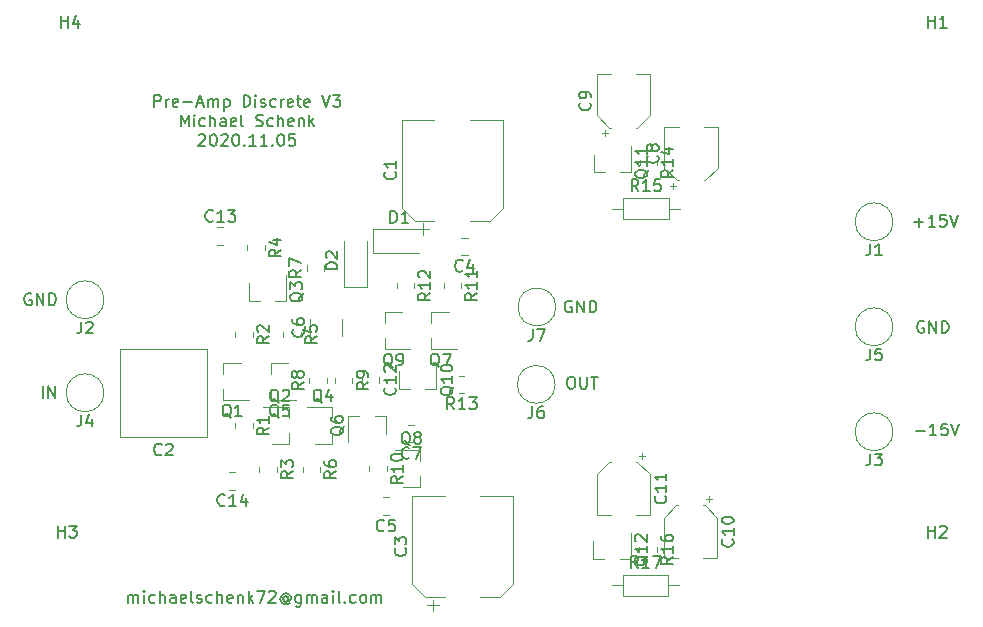
<source format=gbr>
G04 #@! TF.GenerationSoftware,KiCad,Pcbnew,(5.1.7-0-10_14)*
G04 #@! TF.CreationDate,2020-11-05T19:58:30+01:00*
G04 #@! TF.ProjectId,pre-amp-discret,7072652d-616d-4702-9d64-697363726574,rev?*
G04 #@! TF.SameCoordinates,Original*
G04 #@! TF.FileFunction,Legend,Top*
G04 #@! TF.FilePolarity,Positive*
%FSLAX46Y46*%
G04 Gerber Fmt 4.6, Leading zero omitted, Abs format (unit mm)*
G04 Created by KiCad (PCBNEW (5.1.7-0-10_14)) date 2020-11-05 19:58:30*
%MOMM*%
%LPD*%
G01*
G04 APERTURE LIST*
%ADD10C,0.150000*%
%ADD11C,0.120000*%
G04 APERTURE END LIST*
D10*
X131170114Y-145283180D02*
X131170114Y-144616514D01*
X131170114Y-144711752D02*
X131217733Y-144664133D01*
X131312971Y-144616514D01*
X131455828Y-144616514D01*
X131551066Y-144664133D01*
X131598685Y-144759371D01*
X131598685Y-145283180D01*
X131598685Y-144759371D02*
X131646304Y-144664133D01*
X131741542Y-144616514D01*
X131884400Y-144616514D01*
X131979638Y-144664133D01*
X132027257Y-144759371D01*
X132027257Y-145283180D01*
X132503447Y-145283180D02*
X132503447Y-144616514D01*
X132503447Y-144283180D02*
X132455828Y-144330800D01*
X132503447Y-144378419D01*
X132551066Y-144330800D01*
X132503447Y-144283180D01*
X132503447Y-144378419D01*
X133408209Y-145235561D02*
X133312971Y-145283180D01*
X133122495Y-145283180D01*
X133027257Y-145235561D01*
X132979638Y-145187942D01*
X132932019Y-145092704D01*
X132932019Y-144806990D01*
X132979638Y-144711752D01*
X133027257Y-144664133D01*
X133122495Y-144616514D01*
X133312971Y-144616514D01*
X133408209Y-144664133D01*
X133836780Y-145283180D02*
X133836780Y-144283180D01*
X134265352Y-145283180D02*
X134265352Y-144759371D01*
X134217733Y-144664133D01*
X134122495Y-144616514D01*
X133979638Y-144616514D01*
X133884400Y-144664133D01*
X133836780Y-144711752D01*
X135170114Y-145283180D02*
X135170114Y-144759371D01*
X135122495Y-144664133D01*
X135027257Y-144616514D01*
X134836780Y-144616514D01*
X134741542Y-144664133D01*
X135170114Y-145235561D02*
X135074876Y-145283180D01*
X134836780Y-145283180D01*
X134741542Y-145235561D01*
X134693923Y-145140323D01*
X134693923Y-145045085D01*
X134741542Y-144949847D01*
X134836780Y-144902228D01*
X135074876Y-144902228D01*
X135170114Y-144854609D01*
X136027257Y-145235561D02*
X135932019Y-145283180D01*
X135741542Y-145283180D01*
X135646304Y-145235561D01*
X135598685Y-145140323D01*
X135598685Y-144759371D01*
X135646304Y-144664133D01*
X135741542Y-144616514D01*
X135932019Y-144616514D01*
X136027257Y-144664133D01*
X136074876Y-144759371D01*
X136074876Y-144854609D01*
X135598685Y-144949847D01*
X136646304Y-145283180D02*
X136551066Y-145235561D01*
X136503447Y-145140323D01*
X136503447Y-144283180D01*
X136979638Y-145235561D02*
X137074876Y-145283180D01*
X137265352Y-145283180D01*
X137360590Y-145235561D01*
X137408209Y-145140323D01*
X137408209Y-145092704D01*
X137360590Y-144997466D01*
X137265352Y-144949847D01*
X137122495Y-144949847D01*
X137027257Y-144902228D01*
X136979638Y-144806990D01*
X136979638Y-144759371D01*
X137027257Y-144664133D01*
X137122495Y-144616514D01*
X137265352Y-144616514D01*
X137360590Y-144664133D01*
X138265352Y-145235561D02*
X138170114Y-145283180D01*
X137979638Y-145283180D01*
X137884400Y-145235561D01*
X137836780Y-145187942D01*
X137789161Y-145092704D01*
X137789161Y-144806990D01*
X137836780Y-144711752D01*
X137884400Y-144664133D01*
X137979638Y-144616514D01*
X138170114Y-144616514D01*
X138265352Y-144664133D01*
X138693923Y-145283180D02*
X138693923Y-144283180D01*
X139122495Y-145283180D02*
X139122495Y-144759371D01*
X139074876Y-144664133D01*
X138979638Y-144616514D01*
X138836780Y-144616514D01*
X138741542Y-144664133D01*
X138693923Y-144711752D01*
X139979638Y-145235561D02*
X139884400Y-145283180D01*
X139693923Y-145283180D01*
X139598685Y-145235561D01*
X139551066Y-145140323D01*
X139551066Y-144759371D01*
X139598685Y-144664133D01*
X139693923Y-144616514D01*
X139884400Y-144616514D01*
X139979638Y-144664133D01*
X140027257Y-144759371D01*
X140027257Y-144854609D01*
X139551066Y-144949847D01*
X140455828Y-144616514D02*
X140455828Y-145283180D01*
X140455828Y-144711752D02*
X140503447Y-144664133D01*
X140598685Y-144616514D01*
X140741542Y-144616514D01*
X140836780Y-144664133D01*
X140884400Y-144759371D01*
X140884400Y-145283180D01*
X141360590Y-145283180D02*
X141360590Y-144283180D01*
X141455828Y-144902228D02*
X141741542Y-145283180D01*
X141741542Y-144616514D02*
X141360590Y-144997466D01*
X142074876Y-144283180D02*
X142741542Y-144283180D01*
X142312971Y-145283180D01*
X143074876Y-144378419D02*
X143122495Y-144330800D01*
X143217733Y-144283180D01*
X143455828Y-144283180D01*
X143551066Y-144330800D01*
X143598685Y-144378419D01*
X143646304Y-144473657D01*
X143646304Y-144568895D01*
X143598685Y-144711752D01*
X143027257Y-145283180D01*
X143646304Y-145283180D01*
X144693923Y-144806990D02*
X144646304Y-144759371D01*
X144551066Y-144711752D01*
X144455828Y-144711752D01*
X144360590Y-144759371D01*
X144312971Y-144806990D01*
X144265352Y-144902228D01*
X144265352Y-144997466D01*
X144312971Y-145092704D01*
X144360590Y-145140323D01*
X144455828Y-145187942D01*
X144551066Y-145187942D01*
X144646304Y-145140323D01*
X144693923Y-145092704D01*
X144693923Y-144711752D02*
X144693923Y-145092704D01*
X144741542Y-145140323D01*
X144789161Y-145140323D01*
X144884400Y-145092704D01*
X144932019Y-144997466D01*
X144932019Y-144759371D01*
X144836780Y-144616514D01*
X144693923Y-144521276D01*
X144503447Y-144473657D01*
X144312971Y-144521276D01*
X144170114Y-144616514D01*
X144074876Y-144759371D01*
X144027257Y-144949847D01*
X144074876Y-145140323D01*
X144170114Y-145283180D01*
X144312971Y-145378419D01*
X144503447Y-145426038D01*
X144693923Y-145378419D01*
X144836780Y-145283180D01*
X145789161Y-144616514D02*
X145789161Y-145426038D01*
X145741542Y-145521276D01*
X145693923Y-145568895D01*
X145598685Y-145616514D01*
X145455828Y-145616514D01*
X145360590Y-145568895D01*
X145789161Y-145235561D02*
X145693923Y-145283180D01*
X145503447Y-145283180D01*
X145408209Y-145235561D01*
X145360590Y-145187942D01*
X145312971Y-145092704D01*
X145312971Y-144806990D01*
X145360590Y-144711752D01*
X145408209Y-144664133D01*
X145503447Y-144616514D01*
X145693923Y-144616514D01*
X145789161Y-144664133D01*
X146265352Y-145283180D02*
X146265352Y-144616514D01*
X146265352Y-144711752D02*
X146312971Y-144664133D01*
X146408209Y-144616514D01*
X146551066Y-144616514D01*
X146646304Y-144664133D01*
X146693923Y-144759371D01*
X146693923Y-145283180D01*
X146693923Y-144759371D02*
X146741542Y-144664133D01*
X146836780Y-144616514D01*
X146979638Y-144616514D01*
X147074876Y-144664133D01*
X147122495Y-144759371D01*
X147122495Y-145283180D01*
X148027257Y-145283180D02*
X148027257Y-144759371D01*
X147979638Y-144664133D01*
X147884400Y-144616514D01*
X147693923Y-144616514D01*
X147598685Y-144664133D01*
X148027257Y-145235561D02*
X147932019Y-145283180D01*
X147693923Y-145283180D01*
X147598685Y-145235561D01*
X147551066Y-145140323D01*
X147551066Y-145045085D01*
X147598685Y-144949847D01*
X147693923Y-144902228D01*
X147932019Y-144902228D01*
X148027257Y-144854609D01*
X148503447Y-145283180D02*
X148503447Y-144616514D01*
X148503447Y-144283180D02*
X148455828Y-144330800D01*
X148503447Y-144378419D01*
X148551066Y-144330800D01*
X148503447Y-144283180D01*
X148503447Y-144378419D01*
X149122495Y-145283180D02*
X149027257Y-145235561D01*
X148979638Y-145140323D01*
X148979638Y-144283180D01*
X149503447Y-145187942D02*
X149551066Y-145235561D01*
X149503447Y-145283180D01*
X149455828Y-145235561D01*
X149503447Y-145187942D01*
X149503447Y-145283180D01*
X150408209Y-145235561D02*
X150312971Y-145283180D01*
X150122495Y-145283180D01*
X150027257Y-145235561D01*
X149979638Y-145187942D01*
X149932019Y-145092704D01*
X149932019Y-144806990D01*
X149979638Y-144711752D01*
X150027257Y-144664133D01*
X150122495Y-144616514D01*
X150312971Y-144616514D01*
X150408209Y-144664133D01*
X150979638Y-145283180D02*
X150884400Y-145235561D01*
X150836780Y-145187942D01*
X150789161Y-145092704D01*
X150789161Y-144806990D01*
X150836780Y-144711752D01*
X150884400Y-144664133D01*
X150979638Y-144616514D01*
X151122495Y-144616514D01*
X151217733Y-144664133D01*
X151265352Y-144711752D01*
X151312971Y-144806990D01*
X151312971Y-145092704D01*
X151265352Y-145187942D01*
X151217733Y-145235561D01*
X151122495Y-145283180D01*
X150979638Y-145283180D01*
X151741542Y-145283180D02*
X151741542Y-144616514D01*
X151741542Y-144711752D02*
X151789161Y-144664133D01*
X151884400Y-144616514D01*
X152027257Y-144616514D01*
X152122495Y-144664133D01*
X152170114Y-144759371D01*
X152170114Y-145283180D01*
X152170114Y-144759371D02*
X152217733Y-144664133D01*
X152312971Y-144616514D01*
X152455828Y-144616514D01*
X152551066Y-144664133D01*
X152598685Y-144759371D01*
X152598685Y-145283180D01*
X133366857Y-103297980D02*
X133366857Y-102297980D01*
X133747809Y-102297980D01*
X133843047Y-102345600D01*
X133890666Y-102393219D01*
X133938285Y-102488457D01*
X133938285Y-102631314D01*
X133890666Y-102726552D01*
X133843047Y-102774171D01*
X133747809Y-102821790D01*
X133366857Y-102821790D01*
X134366857Y-103297980D02*
X134366857Y-102631314D01*
X134366857Y-102821790D02*
X134414476Y-102726552D01*
X134462095Y-102678933D01*
X134557333Y-102631314D01*
X134652571Y-102631314D01*
X135366857Y-103250361D02*
X135271619Y-103297980D01*
X135081142Y-103297980D01*
X134985904Y-103250361D01*
X134938285Y-103155123D01*
X134938285Y-102774171D01*
X134985904Y-102678933D01*
X135081142Y-102631314D01*
X135271619Y-102631314D01*
X135366857Y-102678933D01*
X135414476Y-102774171D01*
X135414476Y-102869409D01*
X134938285Y-102964647D01*
X135843047Y-102917028D02*
X136604952Y-102917028D01*
X137033523Y-103012266D02*
X137509714Y-103012266D01*
X136938285Y-103297980D02*
X137271619Y-102297980D01*
X137604952Y-103297980D01*
X137938285Y-103297980D02*
X137938285Y-102631314D01*
X137938285Y-102726552D02*
X137985904Y-102678933D01*
X138081142Y-102631314D01*
X138224000Y-102631314D01*
X138319238Y-102678933D01*
X138366857Y-102774171D01*
X138366857Y-103297980D01*
X138366857Y-102774171D02*
X138414476Y-102678933D01*
X138509714Y-102631314D01*
X138652571Y-102631314D01*
X138747809Y-102678933D01*
X138795428Y-102774171D01*
X138795428Y-103297980D01*
X139271619Y-102631314D02*
X139271619Y-103631314D01*
X139271619Y-102678933D02*
X139366857Y-102631314D01*
X139557333Y-102631314D01*
X139652571Y-102678933D01*
X139700190Y-102726552D01*
X139747809Y-102821790D01*
X139747809Y-103107504D01*
X139700190Y-103202742D01*
X139652571Y-103250361D01*
X139557333Y-103297980D01*
X139366857Y-103297980D01*
X139271619Y-103250361D01*
X140938285Y-103297980D02*
X140938285Y-102297980D01*
X141176380Y-102297980D01*
X141319238Y-102345600D01*
X141414476Y-102440838D01*
X141462095Y-102536076D01*
X141509714Y-102726552D01*
X141509714Y-102869409D01*
X141462095Y-103059885D01*
X141414476Y-103155123D01*
X141319238Y-103250361D01*
X141176380Y-103297980D01*
X140938285Y-103297980D01*
X141938285Y-103297980D02*
X141938285Y-102631314D01*
X141938285Y-102297980D02*
X141890666Y-102345600D01*
X141938285Y-102393219D01*
X141985904Y-102345600D01*
X141938285Y-102297980D01*
X141938285Y-102393219D01*
X142366857Y-103250361D02*
X142462095Y-103297980D01*
X142652571Y-103297980D01*
X142747809Y-103250361D01*
X142795428Y-103155123D01*
X142795428Y-103107504D01*
X142747809Y-103012266D01*
X142652571Y-102964647D01*
X142509714Y-102964647D01*
X142414476Y-102917028D01*
X142366857Y-102821790D01*
X142366857Y-102774171D01*
X142414476Y-102678933D01*
X142509714Y-102631314D01*
X142652571Y-102631314D01*
X142747809Y-102678933D01*
X143652571Y-103250361D02*
X143557333Y-103297980D01*
X143366857Y-103297980D01*
X143271619Y-103250361D01*
X143224000Y-103202742D01*
X143176380Y-103107504D01*
X143176380Y-102821790D01*
X143224000Y-102726552D01*
X143271619Y-102678933D01*
X143366857Y-102631314D01*
X143557333Y-102631314D01*
X143652571Y-102678933D01*
X144081142Y-103297980D02*
X144081142Y-102631314D01*
X144081142Y-102821790D02*
X144128761Y-102726552D01*
X144176380Y-102678933D01*
X144271619Y-102631314D01*
X144366857Y-102631314D01*
X145081142Y-103250361D02*
X144985904Y-103297980D01*
X144795428Y-103297980D01*
X144700190Y-103250361D01*
X144652571Y-103155123D01*
X144652571Y-102774171D01*
X144700190Y-102678933D01*
X144795428Y-102631314D01*
X144985904Y-102631314D01*
X145081142Y-102678933D01*
X145128761Y-102774171D01*
X145128761Y-102869409D01*
X144652571Y-102964647D01*
X145414476Y-102631314D02*
X145795428Y-102631314D01*
X145557333Y-102297980D02*
X145557333Y-103155123D01*
X145604952Y-103250361D01*
X145700190Y-103297980D01*
X145795428Y-103297980D01*
X146509714Y-103250361D02*
X146414476Y-103297980D01*
X146224000Y-103297980D01*
X146128761Y-103250361D01*
X146081142Y-103155123D01*
X146081142Y-102774171D01*
X146128761Y-102678933D01*
X146224000Y-102631314D01*
X146414476Y-102631314D01*
X146509714Y-102678933D01*
X146557333Y-102774171D01*
X146557333Y-102869409D01*
X146081142Y-102964647D01*
X147604952Y-102297980D02*
X147938285Y-103297980D01*
X148271619Y-102297980D01*
X148509714Y-102297980D02*
X149128761Y-102297980D01*
X148795428Y-102678933D01*
X148938285Y-102678933D01*
X149033523Y-102726552D01*
X149081142Y-102774171D01*
X149128761Y-102869409D01*
X149128761Y-103107504D01*
X149081142Y-103202742D01*
X149033523Y-103250361D01*
X148938285Y-103297980D01*
X148652571Y-103297980D01*
X148557333Y-103250361D01*
X148509714Y-103202742D01*
X135604952Y-104947980D02*
X135604952Y-103947980D01*
X135938285Y-104662266D01*
X136271619Y-103947980D01*
X136271619Y-104947980D01*
X136747809Y-104947980D02*
X136747809Y-104281314D01*
X136747809Y-103947980D02*
X136700190Y-103995600D01*
X136747809Y-104043219D01*
X136795428Y-103995600D01*
X136747809Y-103947980D01*
X136747809Y-104043219D01*
X137652571Y-104900361D02*
X137557333Y-104947980D01*
X137366857Y-104947980D01*
X137271619Y-104900361D01*
X137224000Y-104852742D01*
X137176380Y-104757504D01*
X137176380Y-104471790D01*
X137224000Y-104376552D01*
X137271619Y-104328933D01*
X137366857Y-104281314D01*
X137557333Y-104281314D01*
X137652571Y-104328933D01*
X138081142Y-104947980D02*
X138081142Y-103947980D01*
X138509714Y-104947980D02*
X138509714Y-104424171D01*
X138462095Y-104328933D01*
X138366857Y-104281314D01*
X138224000Y-104281314D01*
X138128761Y-104328933D01*
X138081142Y-104376552D01*
X139414476Y-104947980D02*
X139414476Y-104424171D01*
X139366857Y-104328933D01*
X139271619Y-104281314D01*
X139081142Y-104281314D01*
X138985904Y-104328933D01*
X139414476Y-104900361D02*
X139319238Y-104947980D01*
X139081142Y-104947980D01*
X138985904Y-104900361D01*
X138938285Y-104805123D01*
X138938285Y-104709885D01*
X138985904Y-104614647D01*
X139081142Y-104567028D01*
X139319238Y-104567028D01*
X139414476Y-104519409D01*
X140271619Y-104900361D02*
X140176380Y-104947980D01*
X139985904Y-104947980D01*
X139890666Y-104900361D01*
X139843047Y-104805123D01*
X139843047Y-104424171D01*
X139890666Y-104328933D01*
X139985904Y-104281314D01*
X140176380Y-104281314D01*
X140271619Y-104328933D01*
X140319238Y-104424171D01*
X140319238Y-104519409D01*
X139843047Y-104614647D01*
X140890666Y-104947980D02*
X140795428Y-104900361D01*
X140747809Y-104805123D01*
X140747809Y-103947980D01*
X141985904Y-104900361D02*
X142128761Y-104947980D01*
X142366857Y-104947980D01*
X142462095Y-104900361D01*
X142509714Y-104852742D01*
X142557333Y-104757504D01*
X142557333Y-104662266D01*
X142509714Y-104567028D01*
X142462095Y-104519409D01*
X142366857Y-104471790D01*
X142176380Y-104424171D01*
X142081142Y-104376552D01*
X142033523Y-104328933D01*
X141985904Y-104233695D01*
X141985904Y-104138457D01*
X142033523Y-104043219D01*
X142081142Y-103995600D01*
X142176380Y-103947980D01*
X142414476Y-103947980D01*
X142557333Y-103995600D01*
X143414476Y-104900361D02*
X143319238Y-104947980D01*
X143128761Y-104947980D01*
X143033523Y-104900361D01*
X142985904Y-104852742D01*
X142938285Y-104757504D01*
X142938285Y-104471790D01*
X142985904Y-104376552D01*
X143033523Y-104328933D01*
X143128761Y-104281314D01*
X143319238Y-104281314D01*
X143414476Y-104328933D01*
X143843047Y-104947980D02*
X143843047Y-103947980D01*
X144271619Y-104947980D02*
X144271619Y-104424171D01*
X144224000Y-104328933D01*
X144128761Y-104281314D01*
X143985904Y-104281314D01*
X143890666Y-104328933D01*
X143843047Y-104376552D01*
X145128761Y-104900361D02*
X145033523Y-104947980D01*
X144843047Y-104947980D01*
X144747809Y-104900361D01*
X144700190Y-104805123D01*
X144700190Y-104424171D01*
X144747809Y-104328933D01*
X144843047Y-104281314D01*
X145033523Y-104281314D01*
X145128761Y-104328933D01*
X145176380Y-104424171D01*
X145176380Y-104519409D01*
X144700190Y-104614647D01*
X145604952Y-104281314D02*
X145604952Y-104947980D01*
X145604952Y-104376552D02*
X145652571Y-104328933D01*
X145747809Y-104281314D01*
X145890666Y-104281314D01*
X145985904Y-104328933D01*
X146033523Y-104424171D01*
X146033523Y-104947980D01*
X146509714Y-104947980D02*
X146509714Y-103947980D01*
X146604952Y-104567028D02*
X146890666Y-104947980D01*
X146890666Y-104281314D02*
X146509714Y-104662266D01*
X137128761Y-105693219D02*
X137176380Y-105645600D01*
X137271619Y-105597980D01*
X137509714Y-105597980D01*
X137604952Y-105645600D01*
X137652571Y-105693219D01*
X137700190Y-105788457D01*
X137700190Y-105883695D01*
X137652571Y-106026552D01*
X137081142Y-106597980D01*
X137700190Y-106597980D01*
X138319238Y-105597980D02*
X138414476Y-105597980D01*
X138509714Y-105645600D01*
X138557333Y-105693219D01*
X138604952Y-105788457D01*
X138652571Y-105978933D01*
X138652571Y-106217028D01*
X138604952Y-106407504D01*
X138557333Y-106502742D01*
X138509714Y-106550361D01*
X138414476Y-106597980D01*
X138319238Y-106597980D01*
X138224000Y-106550361D01*
X138176380Y-106502742D01*
X138128761Y-106407504D01*
X138081142Y-106217028D01*
X138081142Y-105978933D01*
X138128761Y-105788457D01*
X138176380Y-105693219D01*
X138224000Y-105645600D01*
X138319238Y-105597980D01*
X139033523Y-105693219D02*
X139081142Y-105645600D01*
X139176380Y-105597980D01*
X139414476Y-105597980D01*
X139509714Y-105645600D01*
X139557333Y-105693219D01*
X139604952Y-105788457D01*
X139604952Y-105883695D01*
X139557333Y-106026552D01*
X138985904Y-106597980D01*
X139604952Y-106597980D01*
X140224000Y-105597980D02*
X140319238Y-105597980D01*
X140414476Y-105645600D01*
X140462095Y-105693219D01*
X140509714Y-105788457D01*
X140557333Y-105978933D01*
X140557333Y-106217028D01*
X140509714Y-106407504D01*
X140462095Y-106502742D01*
X140414476Y-106550361D01*
X140319238Y-106597980D01*
X140224000Y-106597980D01*
X140128761Y-106550361D01*
X140081142Y-106502742D01*
X140033523Y-106407504D01*
X139985904Y-106217028D01*
X139985904Y-105978933D01*
X140033523Y-105788457D01*
X140081142Y-105693219D01*
X140128761Y-105645600D01*
X140224000Y-105597980D01*
X140985904Y-106502742D02*
X141033523Y-106550361D01*
X140985904Y-106597980D01*
X140938285Y-106550361D01*
X140985904Y-106502742D01*
X140985904Y-106597980D01*
X141985904Y-106597980D02*
X141414476Y-106597980D01*
X141700190Y-106597980D02*
X141700190Y-105597980D01*
X141604952Y-105740838D01*
X141509714Y-105836076D01*
X141414476Y-105883695D01*
X142938285Y-106597980D02*
X142366857Y-106597980D01*
X142652571Y-106597980D02*
X142652571Y-105597980D01*
X142557333Y-105740838D01*
X142462095Y-105836076D01*
X142366857Y-105883695D01*
X143366857Y-106502742D02*
X143414476Y-106550361D01*
X143366857Y-106597980D01*
X143319238Y-106550361D01*
X143366857Y-106502742D01*
X143366857Y-106597980D01*
X144033523Y-105597980D02*
X144128761Y-105597980D01*
X144224000Y-105645600D01*
X144271619Y-105693219D01*
X144319238Y-105788457D01*
X144366857Y-105978933D01*
X144366857Y-106217028D01*
X144319238Y-106407504D01*
X144271619Y-106502742D01*
X144224000Y-106550361D01*
X144128761Y-106597980D01*
X144033523Y-106597980D01*
X143938285Y-106550361D01*
X143890666Y-106502742D01*
X143843047Y-106407504D01*
X143795428Y-106217028D01*
X143795428Y-105978933D01*
X143843047Y-105788457D01*
X143890666Y-105693219D01*
X143938285Y-105645600D01*
X144033523Y-105597980D01*
X145271619Y-105597980D02*
X144795428Y-105597980D01*
X144747809Y-106074171D01*
X144795428Y-106026552D01*
X144890666Y-105978933D01*
X145128761Y-105978933D01*
X145224000Y-106026552D01*
X145271619Y-106074171D01*
X145319238Y-106169409D01*
X145319238Y-106407504D01*
X145271619Y-106502742D01*
X145224000Y-106550361D01*
X145128761Y-106597980D01*
X144890666Y-106597980D01*
X144795428Y-106550361D01*
X144747809Y-106502742D01*
X168706895Y-119743600D02*
X168611657Y-119695980D01*
X168468800Y-119695980D01*
X168325942Y-119743600D01*
X168230704Y-119838838D01*
X168183085Y-119934076D01*
X168135466Y-120124552D01*
X168135466Y-120267409D01*
X168183085Y-120457885D01*
X168230704Y-120553123D01*
X168325942Y-120648361D01*
X168468800Y-120695980D01*
X168564038Y-120695980D01*
X168706895Y-120648361D01*
X168754514Y-120600742D01*
X168754514Y-120267409D01*
X168564038Y-120267409D01*
X169183085Y-120695980D02*
X169183085Y-119695980D01*
X169754514Y-120695980D01*
X169754514Y-119695980D01*
X170230704Y-120695980D02*
X170230704Y-119695980D01*
X170468800Y-119695980D01*
X170611657Y-119743600D01*
X170706895Y-119838838D01*
X170754514Y-119934076D01*
X170802133Y-120124552D01*
X170802133Y-120267409D01*
X170754514Y-120457885D01*
X170706895Y-120553123D01*
X170611657Y-120648361D01*
X170468800Y-120695980D01*
X170230704Y-120695980D01*
X168570400Y-126147580D02*
X168760876Y-126147580D01*
X168856114Y-126195200D01*
X168951352Y-126290438D01*
X168998971Y-126480914D01*
X168998971Y-126814247D01*
X168951352Y-127004723D01*
X168856114Y-127099961D01*
X168760876Y-127147580D01*
X168570400Y-127147580D01*
X168475161Y-127099961D01*
X168379923Y-127004723D01*
X168332304Y-126814247D01*
X168332304Y-126480914D01*
X168379923Y-126290438D01*
X168475161Y-126195200D01*
X168570400Y-126147580D01*
X169427542Y-126147580D02*
X169427542Y-126957104D01*
X169475161Y-127052342D01*
X169522780Y-127099961D01*
X169618019Y-127147580D01*
X169808495Y-127147580D01*
X169903733Y-127099961D01*
X169951352Y-127052342D01*
X169998971Y-126957104D01*
X169998971Y-126147580D01*
X170332304Y-126147580D02*
X170903733Y-126147580D01*
X170618019Y-127147580D02*
X170618019Y-126147580D01*
X122936095Y-119134000D02*
X122840857Y-119086380D01*
X122698000Y-119086380D01*
X122555142Y-119134000D01*
X122459904Y-119229238D01*
X122412285Y-119324476D01*
X122364666Y-119514952D01*
X122364666Y-119657809D01*
X122412285Y-119848285D01*
X122459904Y-119943523D01*
X122555142Y-120038761D01*
X122698000Y-120086380D01*
X122793238Y-120086380D01*
X122936095Y-120038761D01*
X122983714Y-119991142D01*
X122983714Y-119657809D01*
X122793238Y-119657809D01*
X123412285Y-120086380D02*
X123412285Y-119086380D01*
X123983714Y-120086380D01*
X123983714Y-119086380D01*
X124459904Y-120086380D02*
X124459904Y-119086380D01*
X124698000Y-119086380D01*
X124840857Y-119134000D01*
X124936095Y-119229238D01*
X124983714Y-119324476D01*
X125031333Y-119514952D01*
X125031333Y-119657809D01*
X124983714Y-119848285D01*
X124936095Y-119943523D01*
X124840857Y-120038761D01*
X124698000Y-120086380D01*
X124459904Y-120086380D01*
X123936190Y-127960380D02*
X123936190Y-126960380D01*
X124412380Y-127960380D02*
X124412380Y-126960380D01*
X124983809Y-127960380D01*
X124983809Y-126960380D01*
X198526495Y-121470800D02*
X198431257Y-121423180D01*
X198288400Y-121423180D01*
X198145542Y-121470800D01*
X198050304Y-121566038D01*
X198002685Y-121661276D01*
X197955066Y-121851752D01*
X197955066Y-121994609D01*
X198002685Y-122185085D01*
X198050304Y-122280323D01*
X198145542Y-122375561D01*
X198288400Y-122423180D01*
X198383638Y-122423180D01*
X198526495Y-122375561D01*
X198574114Y-122327942D01*
X198574114Y-121994609D01*
X198383638Y-121994609D01*
X199002685Y-122423180D02*
X199002685Y-121423180D01*
X199574114Y-122423180D01*
X199574114Y-121423180D01*
X200050304Y-122423180D02*
X200050304Y-121423180D01*
X200288400Y-121423180D01*
X200431257Y-121470800D01*
X200526495Y-121566038D01*
X200574114Y-121661276D01*
X200621733Y-121851752D01*
X200621733Y-121994609D01*
X200574114Y-122185085D01*
X200526495Y-122280323D01*
X200431257Y-122375561D01*
X200288400Y-122423180D01*
X200050304Y-122423180D01*
X197831295Y-130729028D02*
X198593200Y-130729028D01*
X199593200Y-131109980D02*
X199021771Y-131109980D01*
X199307485Y-131109980D02*
X199307485Y-130109980D01*
X199212247Y-130252838D01*
X199117009Y-130348076D01*
X199021771Y-130395695D01*
X200497961Y-130109980D02*
X200021771Y-130109980D01*
X199974152Y-130586171D01*
X200021771Y-130538552D01*
X200117009Y-130490933D01*
X200355104Y-130490933D01*
X200450342Y-130538552D01*
X200497961Y-130586171D01*
X200545580Y-130681409D01*
X200545580Y-130919504D01*
X200497961Y-131014742D01*
X200450342Y-131062361D01*
X200355104Y-131109980D01*
X200117009Y-131109980D01*
X200021771Y-131062361D01*
X199974152Y-131014742D01*
X200831295Y-130109980D02*
X201164628Y-131109980D01*
X201497961Y-130109980D01*
X197729695Y-113050628D02*
X198491600Y-113050628D01*
X198110647Y-113431580D02*
X198110647Y-112669676D01*
X199491600Y-113431580D02*
X198920171Y-113431580D01*
X199205885Y-113431580D02*
X199205885Y-112431580D01*
X199110647Y-112574438D01*
X199015409Y-112669676D01*
X198920171Y-112717295D01*
X200396361Y-112431580D02*
X199920171Y-112431580D01*
X199872552Y-112907771D01*
X199920171Y-112860152D01*
X200015409Y-112812533D01*
X200253504Y-112812533D01*
X200348742Y-112860152D01*
X200396361Y-112907771D01*
X200443980Y-113003009D01*
X200443980Y-113241104D01*
X200396361Y-113336342D01*
X200348742Y-113383961D01*
X200253504Y-113431580D01*
X200015409Y-113431580D01*
X199920171Y-113383961D01*
X199872552Y-113336342D01*
X200729695Y-112431580D02*
X201063028Y-113431580D01*
X201396361Y-112431580D01*
D11*
X148419600Y-131866800D02*
X148419600Y-130936800D01*
X148419600Y-128706800D02*
X148419600Y-129636800D01*
X148419600Y-128706800D02*
X146259600Y-128706800D01*
X148419600Y-131866800D02*
X146959600Y-131866800D01*
X140244552Y-135710600D02*
X139722048Y-135710600D01*
X140244552Y-134240600D02*
X139722048Y-134240600D01*
X138706048Y-113514200D02*
X139228552Y-113514200D01*
X138706048Y-114984200D02*
X139228552Y-114984200D01*
X170815600Y-137874000D02*
X172015600Y-137874000D01*
X175335600Y-137874000D02*
X174135600Y-137874000D01*
X175335600Y-134418437D02*
X175335600Y-137874000D01*
X170815600Y-134418437D02*
X170815600Y-137874000D01*
X171880037Y-133354000D02*
X172015600Y-133354000D01*
X174271163Y-133354000D02*
X174135600Y-133354000D01*
X174271163Y-133354000D02*
X175335600Y-134418437D01*
X171880037Y-133354000D02*
X170815600Y-134418437D01*
X174635600Y-132614000D02*
X174635600Y-133114000D01*
X174885600Y-132864000D02*
X174385600Y-132864000D01*
X176505200Y-141531600D02*
X177705200Y-141531600D01*
X181025200Y-141531600D02*
X179825200Y-141531600D01*
X181025200Y-138076037D02*
X181025200Y-141531600D01*
X176505200Y-138076037D02*
X176505200Y-141531600D01*
X177569637Y-137011600D02*
X177705200Y-137011600D01*
X179960763Y-137011600D02*
X179825200Y-137011600D01*
X179960763Y-137011600D02*
X181025200Y-138076037D01*
X177569637Y-137011600D02*
X176505200Y-138076037D01*
X180325200Y-136271600D02*
X180325200Y-136771600D01*
X180575200Y-136521600D02*
X180075200Y-136521600D01*
X175335600Y-100537200D02*
X174135600Y-100537200D01*
X170815600Y-100537200D02*
X172015600Y-100537200D01*
X170815600Y-103992763D02*
X170815600Y-100537200D01*
X175335600Y-103992763D02*
X175335600Y-100537200D01*
X174271163Y-105057200D02*
X174135600Y-105057200D01*
X171880037Y-105057200D02*
X172015600Y-105057200D01*
X171880037Y-105057200D02*
X170815600Y-103992763D01*
X174271163Y-105057200D02*
X175335600Y-103992763D01*
X171515600Y-105797200D02*
X171515600Y-105297200D01*
X171265600Y-105547200D02*
X171765600Y-105547200D01*
X181076000Y-105007600D02*
X179876000Y-105007600D01*
X176556000Y-105007600D02*
X177756000Y-105007600D01*
X176556000Y-108463163D02*
X176556000Y-105007600D01*
X181076000Y-108463163D02*
X181076000Y-105007600D01*
X180011563Y-109527600D02*
X179876000Y-109527600D01*
X177620437Y-109527600D02*
X177756000Y-109527600D01*
X177620437Y-109527600D02*
X176556000Y-108463163D01*
X180011563Y-109527600D02*
X181076000Y-108463163D01*
X177256000Y-110267600D02*
X177256000Y-109767600D01*
X177006000Y-110017600D02*
X177506000Y-110017600D01*
X146518800Y-122682052D02*
X146518800Y-121259548D01*
X149238800Y-122682052D02*
X149238800Y-121259548D01*
X153249352Y-137844200D02*
X152726848Y-137844200D01*
X153249352Y-136374200D02*
X152726848Y-136374200D01*
X159896352Y-115847800D02*
X159373848Y-115847800D01*
X159896352Y-114377800D02*
X159373848Y-114377800D01*
X163721200Y-136252800D02*
X160971200Y-136252800D01*
X155201200Y-136252800D02*
X157951200Y-136252800D01*
X155201200Y-143708363D02*
X155201200Y-136252800D01*
X163721200Y-143708363D02*
X163721200Y-136252800D01*
X162656763Y-144772800D02*
X160971200Y-144772800D01*
X156265637Y-144772800D02*
X157951200Y-144772800D01*
X156265637Y-144772800D02*
X155201200Y-143708363D01*
X162656763Y-144772800D02*
X163721200Y-143708363D01*
X156951200Y-146012800D02*
X156951200Y-145012800D01*
X156451200Y-145512800D02*
X157451200Y-145512800D01*
X162857600Y-104402400D02*
X160107600Y-104402400D01*
X154337600Y-104402400D02*
X157087600Y-104402400D01*
X154337600Y-111857963D02*
X154337600Y-104402400D01*
X162857600Y-111857963D02*
X162857600Y-104402400D01*
X161793163Y-112922400D02*
X160107600Y-112922400D01*
X155402037Y-112922400D02*
X157087600Y-112922400D01*
X155402037Y-112922400D02*
X154337600Y-111857963D01*
X161793163Y-112922400D02*
X162857600Y-111857963D01*
X156087600Y-114162400D02*
X156087600Y-113162400D01*
X155587600Y-113662400D02*
X156587600Y-113662400D01*
X154071200Y-127166400D02*
X155001200Y-127166400D01*
X157231200Y-127166400D02*
X156301200Y-127166400D01*
X157231200Y-127166400D02*
X157231200Y-125006400D01*
X154071200Y-127166400D02*
X154071200Y-125706400D01*
X142721000Y-115003336D02*
X142721000Y-115457464D01*
X141251000Y-115003336D02*
X141251000Y-115457464D01*
X155375152Y-131697400D02*
X154852648Y-131697400D01*
X155375152Y-130227400D02*
X154852648Y-130227400D01*
X150953800Y-126158448D02*
X150953800Y-126680952D01*
X152423800Y-126158448D02*
X152423800Y-126680952D01*
X152875200Y-120660000D02*
X154335200Y-120660000D01*
X152875200Y-123820000D02*
X155035200Y-123820000D01*
X152875200Y-123820000D02*
X152875200Y-122890000D01*
X152875200Y-120660000D02*
X152875200Y-121590000D01*
X141705000Y-130058936D02*
X141705000Y-130513064D01*
X140235000Y-130058936D02*
X140235000Y-130513064D01*
X173035200Y-142894800D02*
X173035200Y-144734800D01*
X173035200Y-144734800D02*
X176875200Y-144734800D01*
X176875200Y-144734800D02*
X176875200Y-142894800D01*
X176875200Y-142894800D02*
X173035200Y-142894800D01*
X172085200Y-143814800D02*
X173035200Y-143814800D01*
X177825200Y-143814800D02*
X176875200Y-143814800D01*
X175893400Y-140555736D02*
X175893400Y-141009864D01*
X174423400Y-140555736D02*
X174423400Y-141009864D01*
X173086000Y-110992400D02*
X173086000Y-112832400D01*
X173086000Y-112832400D02*
X176926000Y-112832400D01*
X176926000Y-112832400D02*
X176926000Y-110992400D01*
X176926000Y-110992400D02*
X173086000Y-110992400D01*
X172136000Y-111912400D02*
X173086000Y-111912400D01*
X177876000Y-111912400D02*
X176926000Y-111912400D01*
X175944200Y-107789736D02*
X175944200Y-108243864D01*
X174474200Y-107789736D02*
X174474200Y-108243864D01*
X159621464Y-127531800D02*
X159167336Y-127531800D01*
X159621464Y-126061800D02*
X159167336Y-126061800D01*
X155370200Y-118203736D02*
X155370200Y-118657864D01*
X153900200Y-118203736D02*
X153900200Y-118657864D01*
X159332600Y-118203736D02*
X159332600Y-118657864D01*
X157862600Y-118203736D02*
X157862600Y-118657864D01*
X153033400Y-133716536D02*
X153033400Y-134170664D01*
X151563400Y-133716536D02*
X151563400Y-134170664D01*
X150137800Y-126217436D02*
X150137800Y-126671564D01*
X148667800Y-126217436D02*
X148667800Y-126671564D01*
X146483400Y-126671564D02*
X146483400Y-126217436D01*
X147953400Y-126671564D02*
X147953400Y-126217436D01*
X146280200Y-117184664D02*
X146280200Y-116730536D01*
X147750200Y-117184664D02*
X147750200Y-116730536D01*
X147394600Y-133767336D02*
X147394600Y-134221464D01*
X145924600Y-133767336D02*
X145924600Y-134221464D01*
X145769000Y-122343936D02*
X145769000Y-122798064D01*
X144299000Y-122343936D02*
X144299000Y-122798064D01*
X143737000Y-133767336D02*
X143737000Y-134221464D01*
X142267000Y-133767336D02*
X142267000Y-134221464D01*
X141705000Y-122343936D02*
X141705000Y-122798064D01*
X140235000Y-122343936D02*
X140235000Y-122798064D01*
X170530400Y-141542800D02*
X171460400Y-141542800D01*
X173690400Y-141542800D02*
X172760400Y-141542800D01*
X173690400Y-141542800D02*
X173690400Y-139382800D01*
X170530400Y-141542800D02*
X170530400Y-140082800D01*
X170566000Y-108795600D02*
X171496000Y-108795600D01*
X173726000Y-108795600D02*
X172796000Y-108795600D01*
X173726000Y-108795600D02*
X173726000Y-106635600D01*
X170566000Y-108795600D02*
X170566000Y-107335600D01*
X155887200Y-135473600D02*
X155887200Y-134543600D01*
X155887200Y-132313600D02*
X155887200Y-133243600D01*
X155887200Y-132313600D02*
X153727200Y-132313600D01*
X155887200Y-135473600D02*
X154427200Y-135473600D01*
X156837600Y-120660000D02*
X156837600Y-121590000D01*
X156837600Y-123820000D02*
X156837600Y-122890000D01*
X156837600Y-123820000D02*
X158997600Y-123820000D01*
X156837600Y-120660000D02*
X158297600Y-120660000D01*
X152948800Y-129507200D02*
X152018800Y-129507200D01*
X149788800Y-129507200D02*
X150718800Y-129507200D01*
X149788800Y-129507200D02*
X149788800Y-131667200D01*
X152948800Y-129507200D02*
X152948800Y-130967200D01*
X143242000Y-124975500D02*
X143242000Y-125905500D01*
X143242000Y-128135500D02*
X143242000Y-127205500D01*
X143242000Y-128135500D02*
X145402000Y-128135500D01*
X143242000Y-124975500D02*
X144702000Y-124975500D01*
X141358500Y-119711500D02*
X142288500Y-119711500D01*
X144518500Y-119711500D02*
X143588500Y-119711500D01*
X144518500Y-119711500D02*
X144518500Y-117551500D01*
X141358500Y-119711500D02*
X141358500Y-118251500D01*
X144762000Y-131866800D02*
X144762000Y-130936800D01*
X144762000Y-128706800D02*
X144762000Y-129636800D01*
X144762000Y-128706800D02*
X142602000Y-128706800D01*
X144762000Y-131866800D02*
X143302000Y-131866800D01*
X139210000Y-124978000D02*
X139210000Y-125908000D01*
X139210000Y-128138000D02*
X139210000Y-127208000D01*
X139210000Y-128138000D02*
X141370000Y-128138000D01*
X139210000Y-124978000D02*
X140670000Y-124978000D01*
X167361181Y-120243600D02*
G75*
G03*
X167361181Y-120243600I-1600781J0D01*
G01*
X167310381Y-126796800D02*
G75*
G03*
X167310381Y-126796800I-1600781J0D01*
G01*
X195910781Y-121920000D02*
G75*
G03*
X195910781Y-121920000I-1600781J0D01*
G01*
X129108781Y-127508000D02*
G75*
G03*
X129108781Y-127508000I-1600781J0D01*
G01*
X195910781Y-130810000D02*
G75*
G03*
X195910781Y-130810000I-1600781J0D01*
G01*
X129108781Y-119634000D02*
G75*
G03*
X129108781Y-119634000I-1600781J0D01*
G01*
X195910781Y-113030000D02*
G75*
G03*
X195910781Y-113030000I-1600781J0D01*
G01*
X149418800Y-118557600D02*
X151418800Y-118557600D01*
X151418800Y-118557600D02*
X151418800Y-114657600D01*
X149418800Y-118557600D02*
X149418800Y-114657600D01*
X151850800Y-113655600D02*
X151850800Y-115655600D01*
X151850800Y-115655600D02*
X155750800Y-115655600D01*
X151850800Y-113655600D02*
X155750800Y-113655600D01*
X137872000Y-131228000D02*
X130432000Y-131228000D01*
X137872000Y-123788000D02*
X130432000Y-123788000D01*
X137872000Y-131228000D02*
X137872000Y-123788000D01*
X130432000Y-131228000D02*
X130432000Y-123788000D01*
D10*
X147564361Y-128334419D02*
X147469123Y-128286800D01*
X147373885Y-128191561D01*
X147231028Y-128048704D01*
X147135790Y-128001085D01*
X147040552Y-128001085D01*
X147088171Y-128239180D02*
X146992933Y-128191561D01*
X146897695Y-128096323D01*
X146850076Y-127905847D01*
X146850076Y-127572514D01*
X146897695Y-127382038D01*
X146992933Y-127286800D01*
X147088171Y-127239180D01*
X147278647Y-127239180D01*
X147373885Y-127286800D01*
X147469123Y-127382038D01*
X147516742Y-127572514D01*
X147516742Y-127905847D01*
X147469123Y-128096323D01*
X147373885Y-128191561D01*
X147278647Y-128239180D01*
X147088171Y-128239180D01*
X148373885Y-127572514D02*
X148373885Y-128239180D01*
X148135790Y-127191561D02*
X147897695Y-127905847D01*
X148516742Y-127905847D01*
X139340442Y-137012742D02*
X139292823Y-137060361D01*
X139149966Y-137107980D01*
X139054728Y-137107980D01*
X138911871Y-137060361D01*
X138816633Y-136965123D01*
X138769014Y-136869885D01*
X138721395Y-136679409D01*
X138721395Y-136536552D01*
X138769014Y-136346076D01*
X138816633Y-136250838D01*
X138911871Y-136155600D01*
X139054728Y-136107980D01*
X139149966Y-136107980D01*
X139292823Y-136155600D01*
X139340442Y-136203219D01*
X140292823Y-137107980D02*
X139721395Y-137107980D01*
X140007109Y-137107980D02*
X140007109Y-136107980D01*
X139911871Y-136250838D01*
X139816633Y-136346076D01*
X139721395Y-136393695D01*
X141149966Y-136441314D02*
X141149966Y-137107980D01*
X140911871Y-136060361D02*
X140673776Y-136774647D01*
X141292823Y-136774647D01*
X138324442Y-112926342D02*
X138276823Y-112973961D01*
X138133966Y-113021580D01*
X138038728Y-113021580D01*
X137895871Y-112973961D01*
X137800633Y-112878723D01*
X137753014Y-112783485D01*
X137705395Y-112593009D01*
X137705395Y-112450152D01*
X137753014Y-112259676D01*
X137800633Y-112164438D01*
X137895871Y-112069200D01*
X138038728Y-112021580D01*
X138133966Y-112021580D01*
X138276823Y-112069200D01*
X138324442Y-112116819D01*
X139276823Y-113021580D02*
X138705395Y-113021580D01*
X138991109Y-113021580D02*
X138991109Y-112021580D01*
X138895871Y-112164438D01*
X138800633Y-112259676D01*
X138705395Y-112307295D01*
X139610157Y-112021580D02*
X140229204Y-112021580D01*
X139895871Y-112402533D01*
X140038728Y-112402533D01*
X140133966Y-112450152D01*
X140181585Y-112497771D01*
X140229204Y-112593009D01*
X140229204Y-112831104D01*
X140181585Y-112926342D01*
X140133966Y-112973961D01*
X140038728Y-113021580D01*
X139753014Y-113021580D01*
X139657776Y-112973961D01*
X139610157Y-112926342D01*
X176632742Y-136256857D02*
X176680361Y-136304476D01*
X176727980Y-136447333D01*
X176727980Y-136542571D01*
X176680361Y-136685428D01*
X176585123Y-136780666D01*
X176489885Y-136828285D01*
X176299409Y-136875904D01*
X176156552Y-136875904D01*
X175966076Y-136828285D01*
X175870838Y-136780666D01*
X175775600Y-136685428D01*
X175727980Y-136542571D01*
X175727980Y-136447333D01*
X175775600Y-136304476D01*
X175823219Y-136256857D01*
X176727980Y-135304476D02*
X176727980Y-135875904D01*
X176727980Y-135590190D02*
X175727980Y-135590190D01*
X175870838Y-135685428D01*
X175966076Y-135780666D01*
X176013695Y-135875904D01*
X176727980Y-134352095D02*
X176727980Y-134923523D01*
X176727980Y-134637809D02*
X175727980Y-134637809D01*
X175870838Y-134733047D01*
X175966076Y-134828285D01*
X176013695Y-134923523D01*
X182322342Y-139914457D02*
X182369961Y-139962076D01*
X182417580Y-140104933D01*
X182417580Y-140200171D01*
X182369961Y-140343028D01*
X182274723Y-140438266D01*
X182179485Y-140485885D01*
X181989009Y-140533504D01*
X181846152Y-140533504D01*
X181655676Y-140485885D01*
X181560438Y-140438266D01*
X181465200Y-140343028D01*
X181417580Y-140200171D01*
X181417580Y-140104933D01*
X181465200Y-139962076D01*
X181512819Y-139914457D01*
X182417580Y-138962076D02*
X182417580Y-139533504D01*
X182417580Y-139247790D02*
X181417580Y-139247790D01*
X181560438Y-139343028D01*
X181655676Y-139438266D01*
X181703295Y-139533504D01*
X181417580Y-138343028D02*
X181417580Y-138247790D01*
X181465200Y-138152552D01*
X181512819Y-138104933D01*
X181608057Y-138057314D01*
X181798533Y-138009695D01*
X182036628Y-138009695D01*
X182227104Y-138057314D01*
X182322342Y-138104933D01*
X182369961Y-138152552D01*
X182417580Y-138247790D01*
X182417580Y-138343028D01*
X182369961Y-138438266D01*
X182322342Y-138485885D01*
X182227104Y-138533504D01*
X182036628Y-138581123D01*
X181798533Y-138581123D01*
X181608057Y-138533504D01*
X181512819Y-138485885D01*
X181465200Y-138438266D01*
X181417580Y-138343028D01*
X170232742Y-102963866D02*
X170280361Y-103011485D01*
X170327980Y-103154342D01*
X170327980Y-103249580D01*
X170280361Y-103392438D01*
X170185123Y-103487676D01*
X170089885Y-103535295D01*
X169899409Y-103582914D01*
X169756552Y-103582914D01*
X169566076Y-103535295D01*
X169470838Y-103487676D01*
X169375600Y-103392438D01*
X169327980Y-103249580D01*
X169327980Y-103154342D01*
X169375600Y-103011485D01*
X169423219Y-102963866D01*
X170327980Y-102487676D02*
X170327980Y-102297200D01*
X170280361Y-102201961D01*
X170232742Y-102154342D01*
X170089885Y-102059104D01*
X169899409Y-102011485D01*
X169518457Y-102011485D01*
X169423219Y-102059104D01*
X169375600Y-102106723D01*
X169327980Y-102201961D01*
X169327980Y-102392438D01*
X169375600Y-102487676D01*
X169423219Y-102535295D01*
X169518457Y-102582914D01*
X169756552Y-102582914D01*
X169851790Y-102535295D01*
X169899409Y-102487676D01*
X169947028Y-102392438D01*
X169947028Y-102201961D01*
X169899409Y-102106723D01*
X169851790Y-102059104D01*
X169756552Y-102011485D01*
X175973142Y-107434266D02*
X176020761Y-107481885D01*
X176068380Y-107624742D01*
X176068380Y-107719980D01*
X176020761Y-107862838D01*
X175925523Y-107958076D01*
X175830285Y-108005695D01*
X175639809Y-108053314D01*
X175496952Y-108053314D01*
X175306476Y-108005695D01*
X175211238Y-107958076D01*
X175116000Y-107862838D01*
X175068380Y-107719980D01*
X175068380Y-107624742D01*
X175116000Y-107481885D01*
X175163619Y-107434266D01*
X175496952Y-106862838D02*
X175449333Y-106958076D01*
X175401714Y-107005695D01*
X175306476Y-107053314D01*
X175258857Y-107053314D01*
X175163619Y-107005695D01*
X175116000Y-106958076D01*
X175068380Y-106862838D01*
X175068380Y-106672361D01*
X175116000Y-106577123D01*
X175163619Y-106529504D01*
X175258857Y-106481885D01*
X175306476Y-106481885D01*
X175401714Y-106529504D01*
X175449333Y-106577123D01*
X175496952Y-106672361D01*
X175496952Y-106862838D01*
X175544571Y-106958076D01*
X175592190Y-107005695D01*
X175687428Y-107053314D01*
X175877904Y-107053314D01*
X175973142Y-107005695D01*
X176020761Y-106958076D01*
X176068380Y-106862838D01*
X176068380Y-106672361D01*
X176020761Y-106577123D01*
X175973142Y-106529504D01*
X175877904Y-106481885D01*
X175687428Y-106481885D01*
X175592190Y-106529504D01*
X175544571Y-106577123D01*
X175496952Y-106672361D01*
X145935942Y-122137466D02*
X145983561Y-122185085D01*
X146031180Y-122327942D01*
X146031180Y-122423180D01*
X145983561Y-122566038D01*
X145888323Y-122661276D01*
X145793085Y-122708895D01*
X145602609Y-122756514D01*
X145459752Y-122756514D01*
X145269276Y-122708895D01*
X145174038Y-122661276D01*
X145078800Y-122566038D01*
X145031180Y-122423180D01*
X145031180Y-122327942D01*
X145078800Y-122185085D01*
X145126419Y-122137466D01*
X145031180Y-121280323D02*
X145031180Y-121470800D01*
X145078800Y-121566038D01*
X145126419Y-121613657D01*
X145269276Y-121708895D01*
X145459752Y-121756514D01*
X145840704Y-121756514D01*
X145935942Y-121708895D01*
X145983561Y-121661276D01*
X146031180Y-121566038D01*
X146031180Y-121375561D01*
X145983561Y-121280323D01*
X145935942Y-121232704D01*
X145840704Y-121185085D01*
X145602609Y-121185085D01*
X145507371Y-121232704D01*
X145459752Y-121280323D01*
X145412133Y-121375561D01*
X145412133Y-121566038D01*
X145459752Y-121661276D01*
X145507371Y-121708895D01*
X145602609Y-121756514D01*
X152821433Y-139146342D02*
X152773814Y-139193961D01*
X152630957Y-139241580D01*
X152535719Y-139241580D01*
X152392861Y-139193961D01*
X152297623Y-139098723D01*
X152250004Y-139003485D01*
X152202385Y-138813009D01*
X152202385Y-138670152D01*
X152250004Y-138479676D01*
X152297623Y-138384438D01*
X152392861Y-138289200D01*
X152535719Y-138241580D01*
X152630957Y-138241580D01*
X152773814Y-138289200D01*
X152821433Y-138336819D01*
X153726195Y-138241580D02*
X153250004Y-138241580D01*
X153202385Y-138717771D01*
X153250004Y-138670152D01*
X153345242Y-138622533D01*
X153583338Y-138622533D01*
X153678576Y-138670152D01*
X153726195Y-138717771D01*
X153773814Y-138813009D01*
X153773814Y-139051104D01*
X153726195Y-139146342D01*
X153678576Y-139193961D01*
X153583338Y-139241580D01*
X153345242Y-139241580D01*
X153250004Y-139193961D01*
X153202385Y-139146342D01*
X159468433Y-117149942D02*
X159420814Y-117197561D01*
X159277957Y-117245180D01*
X159182719Y-117245180D01*
X159039861Y-117197561D01*
X158944623Y-117102323D01*
X158897004Y-117007085D01*
X158849385Y-116816609D01*
X158849385Y-116673752D01*
X158897004Y-116483276D01*
X158944623Y-116388038D01*
X159039861Y-116292800D01*
X159182719Y-116245180D01*
X159277957Y-116245180D01*
X159420814Y-116292800D01*
X159468433Y-116340419D01*
X160325576Y-116578514D02*
X160325576Y-117245180D01*
X160087480Y-116197561D02*
X159849385Y-116911847D01*
X160468433Y-116911847D01*
X154618342Y-140679466D02*
X154665961Y-140727085D01*
X154713580Y-140869942D01*
X154713580Y-140965180D01*
X154665961Y-141108038D01*
X154570723Y-141203276D01*
X154475485Y-141250895D01*
X154285009Y-141298514D01*
X154142152Y-141298514D01*
X153951676Y-141250895D01*
X153856438Y-141203276D01*
X153761200Y-141108038D01*
X153713580Y-140965180D01*
X153713580Y-140869942D01*
X153761200Y-140727085D01*
X153808819Y-140679466D01*
X153713580Y-140346133D02*
X153713580Y-139727085D01*
X154094533Y-140060419D01*
X154094533Y-139917561D01*
X154142152Y-139822323D01*
X154189771Y-139774704D01*
X154285009Y-139727085D01*
X154523104Y-139727085D01*
X154618342Y-139774704D01*
X154665961Y-139822323D01*
X154713580Y-139917561D01*
X154713580Y-140203276D01*
X154665961Y-140298514D01*
X154618342Y-140346133D01*
X153754742Y-108829066D02*
X153802361Y-108876685D01*
X153849980Y-109019542D01*
X153849980Y-109114780D01*
X153802361Y-109257638D01*
X153707123Y-109352876D01*
X153611885Y-109400495D01*
X153421409Y-109448114D01*
X153278552Y-109448114D01*
X153088076Y-109400495D01*
X152992838Y-109352876D01*
X152897600Y-109257638D01*
X152849980Y-109114780D01*
X152849980Y-109019542D01*
X152897600Y-108876685D01*
X152945219Y-108829066D01*
X153849980Y-107876685D02*
X153849980Y-108448114D01*
X153849980Y-108162400D02*
X152849980Y-108162400D01*
X152992838Y-108257638D01*
X153088076Y-108352876D01*
X153135695Y-108448114D01*
X158698819Y-126977828D02*
X158651200Y-127073066D01*
X158555961Y-127168304D01*
X158413104Y-127311161D01*
X158365485Y-127406400D01*
X158365485Y-127501638D01*
X158603580Y-127454019D02*
X158555961Y-127549257D01*
X158460723Y-127644495D01*
X158270247Y-127692114D01*
X157936914Y-127692114D01*
X157746438Y-127644495D01*
X157651200Y-127549257D01*
X157603580Y-127454019D01*
X157603580Y-127263542D01*
X157651200Y-127168304D01*
X157746438Y-127073066D01*
X157936914Y-127025447D01*
X158270247Y-127025447D01*
X158460723Y-127073066D01*
X158555961Y-127168304D01*
X158603580Y-127263542D01*
X158603580Y-127454019D01*
X158603580Y-126073066D02*
X158603580Y-126644495D01*
X158603580Y-126358780D02*
X157603580Y-126358780D01*
X157746438Y-126454019D01*
X157841676Y-126549257D01*
X157889295Y-126644495D01*
X157603580Y-125454019D02*
X157603580Y-125358780D01*
X157651200Y-125263542D01*
X157698819Y-125215923D01*
X157794057Y-125168304D01*
X157984533Y-125120685D01*
X158222628Y-125120685D01*
X158413104Y-125168304D01*
X158508342Y-125215923D01*
X158555961Y-125263542D01*
X158603580Y-125358780D01*
X158603580Y-125454019D01*
X158555961Y-125549257D01*
X158508342Y-125596876D01*
X158413104Y-125644495D01*
X158222628Y-125692114D01*
X157984533Y-125692114D01*
X157794057Y-125644495D01*
X157698819Y-125596876D01*
X157651200Y-125549257D01*
X157603580Y-125454019D01*
X144088380Y-115397066D02*
X143612190Y-115730400D01*
X144088380Y-115968495D02*
X143088380Y-115968495D01*
X143088380Y-115587542D01*
X143136000Y-115492304D01*
X143183619Y-115444685D01*
X143278857Y-115397066D01*
X143421714Y-115397066D01*
X143516952Y-115444685D01*
X143564571Y-115492304D01*
X143612190Y-115587542D01*
X143612190Y-115968495D01*
X143421714Y-114539923D02*
X144088380Y-114539923D01*
X143040761Y-114778019D02*
X143755047Y-115016114D01*
X143755047Y-114397066D01*
X154947233Y-132999542D02*
X154899614Y-133047161D01*
X154756757Y-133094780D01*
X154661519Y-133094780D01*
X154518661Y-133047161D01*
X154423423Y-132951923D01*
X154375804Y-132856685D01*
X154328185Y-132666209D01*
X154328185Y-132523352D01*
X154375804Y-132332876D01*
X154423423Y-132237638D01*
X154518661Y-132142400D01*
X154661519Y-132094780D01*
X154756757Y-132094780D01*
X154899614Y-132142400D01*
X154947233Y-132190019D01*
X155280566Y-132094780D02*
X155947233Y-132094780D01*
X155518661Y-133094780D01*
X153725942Y-127062557D02*
X153773561Y-127110176D01*
X153821180Y-127253033D01*
X153821180Y-127348271D01*
X153773561Y-127491128D01*
X153678323Y-127586366D01*
X153583085Y-127633985D01*
X153392609Y-127681604D01*
X153249752Y-127681604D01*
X153059276Y-127633985D01*
X152964038Y-127586366D01*
X152868800Y-127491128D01*
X152821180Y-127348271D01*
X152821180Y-127253033D01*
X152868800Y-127110176D01*
X152916419Y-127062557D01*
X153821180Y-126110176D02*
X153821180Y-126681604D01*
X153821180Y-126395890D02*
X152821180Y-126395890D01*
X152964038Y-126491128D01*
X153059276Y-126586366D01*
X153106895Y-126681604D01*
X152916419Y-125729223D02*
X152868800Y-125681604D01*
X152821180Y-125586366D01*
X152821180Y-125348271D01*
X152868800Y-125253033D01*
X152916419Y-125205414D01*
X153011657Y-125157795D01*
X153106895Y-125157795D01*
X153249752Y-125205414D01*
X153821180Y-125776842D01*
X153821180Y-125157795D01*
X153539961Y-125287619D02*
X153444723Y-125240000D01*
X153349485Y-125144761D01*
X153206628Y-125001904D01*
X153111390Y-124954285D01*
X153016152Y-124954285D01*
X153063771Y-125192380D02*
X152968533Y-125144761D01*
X152873295Y-125049523D01*
X152825676Y-124859047D01*
X152825676Y-124525714D01*
X152873295Y-124335238D01*
X152968533Y-124240000D01*
X153063771Y-124192380D01*
X153254247Y-124192380D01*
X153349485Y-124240000D01*
X153444723Y-124335238D01*
X153492342Y-124525714D01*
X153492342Y-124859047D01*
X153444723Y-125049523D01*
X153349485Y-125144761D01*
X153254247Y-125192380D01*
X153063771Y-125192380D01*
X153968533Y-125192380D02*
X154159009Y-125192380D01*
X154254247Y-125144761D01*
X154301866Y-125097142D01*
X154397104Y-124954285D01*
X154444723Y-124763809D01*
X154444723Y-124382857D01*
X154397104Y-124287619D01*
X154349485Y-124240000D01*
X154254247Y-124192380D01*
X154063771Y-124192380D01*
X153968533Y-124240000D01*
X153920914Y-124287619D01*
X153873295Y-124382857D01*
X153873295Y-124620952D01*
X153920914Y-124716190D01*
X153968533Y-124763809D01*
X154063771Y-124811428D01*
X154254247Y-124811428D01*
X154349485Y-124763809D01*
X154397104Y-124716190D01*
X154444723Y-124620952D01*
X143072380Y-130452666D02*
X142596190Y-130786000D01*
X143072380Y-131024095D02*
X142072380Y-131024095D01*
X142072380Y-130643142D01*
X142120000Y-130547904D01*
X142167619Y-130500285D01*
X142262857Y-130452666D01*
X142405714Y-130452666D01*
X142500952Y-130500285D01*
X142548571Y-130547904D01*
X142596190Y-130643142D01*
X142596190Y-131024095D01*
X143072380Y-129500285D02*
X143072380Y-130071714D01*
X143072380Y-129786000D02*
X142072380Y-129786000D01*
X142215238Y-129881238D01*
X142310476Y-129976476D01*
X142358095Y-130071714D01*
X174312342Y-142347180D02*
X173979009Y-141870990D01*
X173740914Y-142347180D02*
X173740914Y-141347180D01*
X174121866Y-141347180D01*
X174217104Y-141394800D01*
X174264723Y-141442419D01*
X174312342Y-141537657D01*
X174312342Y-141680514D01*
X174264723Y-141775752D01*
X174217104Y-141823371D01*
X174121866Y-141870990D01*
X173740914Y-141870990D01*
X175264723Y-142347180D02*
X174693295Y-142347180D01*
X174979009Y-142347180D02*
X174979009Y-141347180D01*
X174883771Y-141490038D01*
X174788533Y-141585276D01*
X174693295Y-141632895D01*
X175598057Y-141347180D02*
X176264723Y-141347180D01*
X175836152Y-142347180D01*
X177260780Y-141425657D02*
X176784590Y-141758990D01*
X177260780Y-141997085D02*
X176260780Y-141997085D01*
X176260780Y-141616133D01*
X176308400Y-141520895D01*
X176356019Y-141473276D01*
X176451257Y-141425657D01*
X176594114Y-141425657D01*
X176689352Y-141473276D01*
X176736971Y-141520895D01*
X176784590Y-141616133D01*
X176784590Y-141997085D01*
X177260780Y-140473276D02*
X177260780Y-141044704D01*
X177260780Y-140758990D02*
X176260780Y-140758990D01*
X176403638Y-140854228D01*
X176498876Y-140949466D01*
X176546495Y-141044704D01*
X176260780Y-139616133D02*
X176260780Y-139806609D01*
X176308400Y-139901847D01*
X176356019Y-139949466D01*
X176498876Y-140044704D01*
X176689352Y-140092323D01*
X177070304Y-140092323D01*
X177165542Y-140044704D01*
X177213161Y-139997085D01*
X177260780Y-139901847D01*
X177260780Y-139711371D01*
X177213161Y-139616133D01*
X177165542Y-139568514D01*
X177070304Y-139520895D01*
X176832209Y-139520895D01*
X176736971Y-139568514D01*
X176689352Y-139616133D01*
X176641733Y-139711371D01*
X176641733Y-139901847D01*
X176689352Y-139997085D01*
X176736971Y-140044704D01*
X176832209Y-140092323D01*
X174363142Y-110444780D02*
X174029809Y-109968590D01*
X173791714Y-110444780D02*
X173791714Y-109444780D01*
X174172666Y-109444780D01*
X174267904Y-109492400D01*
X174315523Y-109540019D01*
X174363142Y-109635257D01*
X174363142Y-109778114D01*
X174315523Y-109873352D01*
X174267904Y-109920971D01*
X174172666Y-109968590D01*
X173791714Y-109968590D01*
X175315523Y-110444780D02*
X174744095Y-110444780D01*
X175029809Y-110444780D02*
X175029809Y-109444780D01*
X174934571Y-109587638D01*
X174839333Y-109682876D01*
X174744095Y-109730495D01*
X176220285Y-109444780D02*
X175744095Y-109444780D01*
X175696476Y-109920971D01*
X175744095Y-109873352D01*
X175839333Y-109825733D01*
X176077428Y-109825733D01*
X176172666Y-109873352D01*
X176220285Y-109920971D01*
X176267904Y-110016209D01*
X176267904Y-110254304D01*
X176220285Y-110349542D01*
X176172666Y-110397161D01*
X176077428Y-110444780D01*
X175839333Y-110444780D01*
X175744095Y-110397161D01*
X175696476Y-110349542D01*
X177311580Y-108659657D02*
X176835390Y-108992990D01*
X177311580Y-109231085D02*
X176311580Y-109231085D01*
X176311580Y-108850133D01*
X176359200Y-108754895D01*
X176406819Y-108707276D01*
X176502057Y-108659657D01*
X176644914Y-108659657D01*
X176740152Y-108707276D01*
X176787771Y-108754895D01*
X176835390Y-108850133D01*
X176835390Y-109231085D01*
X177311580Y-107707276D02*
X177311580Y-108278704D01*
X177311580Y-107992990D02*
X176311580Y-107992990D01*
X176454438Y-108088228D01*
X176549676Y-108183466D01*
X176597295Y-108278704D01*
X176644914Y-106850133D02*
X177311580Y-106850133D01*
X176263961Y-107088228D02*
X176978247Y-107326323D01*
X176978247Y-106707276D01*
X158751542Y-128899180D02*
X158418209Y-128422990D01*
X158180114Y-128899180D02*
X158180114Y-127899180D01*
X158561066Y-127899180D01*
X158656304Y-127946800D01*
X158703923Y-127994419D01*
X158751542Y-128089657D01*
X158751542Y-128232514D01*
X158703923Y-128327752D01*
X158656304Y-128375371D01*
X158561066Y-128422990D01*
X158180114Y-128422990D01*
X159703923Y-128899180D02*
X159132495Y-128899180D01*
X159418209Y-128899180D02*
X159418209Y-127899180D01*
X159322971Y-128042038D01*
X159227733Y-128137276D01*
X159132495Y-128184895D01*
X160037257Y-127899180D02*
X160656304Y-127899180D01*
X160322971Y-128280133D01*
X160465828Y-128280133D01*
X160561066Y-128327752D01*
X160608685Y-128375371D01*
X160656304Y-128470609D01*
X160656304Y-128708704D01*
X160608685Y-128803942D01*
X160561066Y-128851561D01*
X160465828Y-128899180D01*
X160180114Y-128899180D01*
X160084876Y-128851561D01*
X160037257Y-128803942D01*
X156737580Y-119073657D02*
X156261390Y-119406990D01*
X156737580Y-119645085D02*
X155737580Y-119645085D01*
X155737580Y-119264133D01*
X155785200Y-119168895D01*
X155832819Y-119121276D01*
X155928057Y-119073657D01*
X156070914Y-119073657D01*
X156166152Y-119121276D01*
X156213771Y-119168895D01*
X156261390Y-119264133D01*
X156261390Y-119645085D01*
X156737580Y-118121276D02*
X156737580Y-118692704D01*
X156737580Y-118406990D02*
X155737580Y-118406990D01*
X155880438Y-118502228D01*
X155975676Y-118597466D01*
X156023295Y-118692704D01*
X155832819Y-117740323D02*
X155785200Y-117692704D01*
X155737580Y-117597466D01*
X155737580Y-117359371D01*
X155785200Y-117264133D01*
X155832819Y-117216514D01*
X155928057Y-117168895D01*
X156023295Y-117168895D01*
X156166152Y-117216514D01*
X156737580Y-117787942D01*
X156737580Y-117168895D01*
X160699980Y-119073657D02*
X160223790Y-119406990D01*
X160699980Y-119645085D02*
X159699980Y-119645085D01*
X159699980Y-119264133D01*
X159747600Y-119168895D01*
X159795219Y-119121276D01*
X159890457Y-119073657D01*
X160033314Y-119073657D01*
X160128552Y-119121276D01*
X160176171Y-119168895D01*
X160223790Y-119264133D01*
X160223790Y-119645085D01*
X160699980Y-118121276D02*
X160699980Y-118692704D01*
X160699980Y-118406990D02*
X159699980Y-118406990D01*
X159842838Y-118502228D01*
X159938076Y-118597466D01*
X159985695Y-118692704D01*
X160699980Y-117168895D02*
X160699980Y-117740323D01*
X160699980Y-117454609D02*
X159699980Y-117454609D01*
X159842838Y-117549847D01*
X159938076Y-117645085D01*
X159985695Y-117740323D01*
X154400780Y-134586457D02*
X153924590Y-134919790D01*
X154400780Y-135157885D02*
X153400780Y-135157885D01*
X153400780Y-134776933D01*
X153448400Y-134681695D01*
X153496019Y-134634076D01*
X153591257Y-134586457D01*
X153734114Y-134586457D01*
X153829352Y-134634076D01*
X153876971Y-134681695D01*
X153924590Y-134776933D01*
X153924590Y-135157885D01*
X154400780Y-133634076D02*
X154400780Y-134205504D01*
X154400780Y-133919790D02*
X153400780Y-133919790D01*
X153543638Y-134015028D01*
X153638876Y-134110266D01*
X153686495Y-134205504D01*
X153400780Y-133015028D02*
X153400780Y-132919790D01*
X153448400Y-132824552D01*
X153496019Y-132776933D01*
X153591257Y-132729314D01*
X153781733Y-132681695D01*
X154019828Y-132681695D01*
X154210304Y-132729314D01*
X154305542Y-132776933D01*
X154353161Y-132824552D01*
X154400780Y-132919790D01*
X154400780Y-133015028D01*
X154353161Y-133110266D01*
X154305542Y-133157885D01*
X154210304Y-133205504D01*
X154019828Y-133253123D01*
X153781733Y-133253123D01*
X153591257Y-133205504D01*
X153496019Y-133157885D01*
X153448400Y-133110266D01*
X153400780Y-133015028D01*
X151505180Y-126611166D02*
X151028990Y-126944500D01*
X151505180Y-127182595D02*
X150505180Y-127182595D01*
X150505180Y-126801642D01*
X150552800Y-126706404D01*
X150600419Y-126658785D01*
X150695657Y-126611166D01*
X150838514Y-126611166D01*
X150933752Y-126658785D01*
X150981371Y-126706404D01*
X151028990Y-126801642D01*
X151028990Y-127182595D01*
X151505180Y-126134976D02*
X151505180Y-125944500D01*
X151457561Y-125849261D01*
X151409942Y-125801642D01*
X151267085Y-125706404D01*
X151076609Y-125658785D01*
X150695657Y-125658785D01*
X150600419Y-125706404D01*
X150552800Y-125754023D01*
X150505180Y-125849261D01*
X150505180Y-126039738D01*
X150552800Y-126134976D01*
X150600419Y-126182595D01*
X150695657Y-126230214D01*
X150933752Y-126230214D01*
X151028990Y-126182595D01*
X151076609Y-126134976D01*
X151124228Y-126039738D01*
X151124228Y-125849261D01*
X151076609Y-125754023D01*
X151028990Y-125706404D01*
X150933752Y-125658785D01*
X146020780Y-126611166D02*
X145544590Y-126944500D01*
X146020780Y-127182595D02*
X145020780Y-127182595D01*
X145020780Y-126801642D01*
X145068400Y-126706404D01*
X145116019Y-126658785D01*
X145211257Y-126611166D01*
X145354114Y-126611166D01*
X145449352Y-126658785D01*
X145496971Y-126706404D01*
X145544590Y-126801642D01*
X145544590Y-127182595D01*
X145449352Y-126039738D02*
X145401733Y-126134976D01*
X145354114Y-126182595D01*
X145258876Y-126230214D01*
X145211257Y-126230214D01*
X145116019Y-126182595D01*
X145068400Y-126134976D01*
X145020780Y-126039738D01*
X145020780Y-125849261D01*
X145068400Y-125754023D01*
X145116019Y-125706404D01*
X145211257Y-125658785D01*
X145258876Y-125658785D01*
X145354114Y-125706404D01*
X145401733Y-125754023D01*
X145449352Y-125849261D01*
X145449352Y-126039738D01*
X145496971Y-126134976D01*
X145544590Y-126182595D01*
X145639828Y-126230214D01*
X145830304Y-126230214D01*
X145925542Y-126182595D01*
X145973161Y-126134976D01*
X146020780Y-126039738D01*
X146020780Y-125849261D01*
X145973161Y-125754023D01*
X145925542Y-125706404D01*
X145830304Y-125658785D01*
X145639828Y-125658785D01*
X145544590Y-125706404D01*
X145496971Y-125754023D01*
X145449352Y-125849261D01*
X145817580Y-117124266D02*
X145341390Y-117457600D01*
X145817580Y-117695695D02*
X144817580Y-117695695D01*
X144817580Y-117314742D01*
X144865200Y-117219504D01*
X144912819Y-117171885D01*
X145008057Y-117124266D01*
X145150914Y-117124266D01*
X145246152Y-117171885D01*
X145293771Y-117219504D01*
X145341390Y-117314742D01*
X145341390Y-117695695D01*
X144817580Y-116790933D02*
X144817580Y-116124266D01*
X145817580Y-116552838D01*
X148761980Y-134161066D02*
X148285790Y-134494400D01*
X148761980Y-134732495D02*
X147761980Y-134732495D01*
X147761980Y-134351542D01*
X147809600Y-134256304D01*
X147857219Y-134208685D01*
X147952457Y-134161066D01*
X148095314Y-134161066D01*
X148190552Y-134208685D01*
X148238171Y-134256304D01*
X148285790Y-134351542D01*
X148285790Y-134732495D01*
X147761980Y-133303923D02*
X147761980Y-133494400D01*
X147809600Y-133589638D01*
X147857219Y-133637257D01*
X148000076Y-133732495D01*
X148190552Y-133780114D01*
X148571504Y-133780114D01*
X148666742Y-133732495D01*
X148714361Y-133684876D01*
X148761980Y-133589638D01*
X148761980Y-133399161D01*
X148714361Y-133303923D01*
X148666742Y-133256304D01*
X148571504Y-133208685D01*
X148333409Y-133208685D01*
X148238171Y-133256304D01*
X148190552Y-133303923D01*
X148142933Y-133399161D01*
X148142933Y-133589638D01*
X148190552Y-133684876D01*
X148238171Y-133732495D01*
X148333409Y-133780114D01*
X147136380Y-122737666D02*
X146660190Y-123071000D01*
X147136380Y-123309095D02*
X146136380Y-123309095D01*
X146136380Y-122928142D01*
X146184000Y-122832904D01*
X146231619Y-122785285D01*
X146326857Y-122737666D01*
X146469714Y-122737666D01*
X146564952Y-122785285D01*
X146612571Y-122832904D01*
X146660190Y-122928142D01*
X146660190Y-123309095D01*
X146136380Y-121832904D02*
X146136380Y-122309095D01*
X146612571Y-122356714D01*
X146564952Y-122309095D01*
X146517333Y-122213857D01*
X146517333Y-121975761D01*
X146564952Y-121880523D01*
X146612571Y-121832904D01*
X146707809Y-121785285D01*
X146945904Y-121785285D01*
X147041142Y-121832904D01*
X147088761Y-121880523D01*
X147136380Y-121975761D01*
X147136380Y-122213857D01*
X147088761Y-122309095D01*
X147041142Y-122356714D01*
X145104380Y-134161066D02*
X144628190Y-134494400D01*
X145104380Y-134732495D02*
X144104380Y-134732495D01*
X144104380Y-134351542D01*
X144152000Y-134256304D01*
X144199619Y-134208685D01*
X144294857Y-134161066D01*
X144437714Y-134161066D01*
X144532952Y-134208685D01*
X144580571Y-134256304D01*
X144628190Y-134351542D01*
X144628190Y-134732495D01*
X144104380Y-133827733D02*
X144104380Y-133208685D01*
X144485333Y-133542019D01*
X144485333Y-133399161D01*
X144532952Y-133303923D01*
X144580571Y-133256304D01*
X144675809Y-133208685D01*
X144913904Y-133208685D01*
X145009142Y-133256304D01*
X145056761Y-133303923D01*
X145104380Y-133399161D01*
X145104380Y-133684876D01*
X145056761Y-133780114D01*
X145009142Y-133827733D01*
X143072380Y-122737666D02*
X142596190Y-123071000D01*
X143072380Y-123309095D02*
X142072380Y-123309095D01*
X142072380Y-122928142D01*
X142120000Y-122832904D01*
X142167619Y-122785285D01*
X142262857Y-122737666D01*
X142405714Y-122737666D01*
X142500952Y-122785285D01*
X142548571Y-122832904D01*
X142596190Y-122928142D01*
X142596190Y-123309095D01*
X142167619Y-122356714D02*
X142120000Y-122309095D01*
X142072380Y-122213857D01*
X142072380Y-121975761D01*
X142120000Y-121880523D01*
X142167619Y-121832904D01*
X142262857Y-121785285D01*
X142358095Y-121785285D01*
X142500952Y-121832904D01*
X143072380Y-122404333D01*
X143072380Y-121785285D01*
X175158019Y-141354228D02*
X175110400Y-141449466D01*
X175015161Y-141544704D01*
X174872304Y-141687561D01*
X174824685Y-141782800D01*
X174824685Y-141878038D01*
X175062780Y-141830419D02*
X175015161Y-141925657D01*
X174919923Y-142020895D01*
X174729447Y-142068514D01*
X174396114Y-142068514D01*
X174205638Y-142020895D01*
X174110400Y-141925657D01*
X174062780Y-141830419D01*
X174062780Y-141639942D01*
X174110400Y-141544704D01*
X174205638Y-141449466D01*
X174396114Y-141401847D01*
X174729447Y-141401847D01*
X174919923Y-141449466D01*
X175015161Y-141544704D01*
X175062780Y-141639942D01*
X175062780Y-141830419D01*
X175062780Y-140449466D02*
X175062780Y-141020895D01*
X175062780Y-140735180D02*
X174062780Y-140735180D01*
X174205638Y-140830419D01*
X174300876Y-140925657D01*
X174348495Y-141020895D01*
X174158019Y-140068514D02*
X174110400Y-140020895D01*
X174062780Y-139925657D01*
X174062780Y-139687561D01*
X174110400Y-139592323D01*
X174158019Y-139544704D01*
X174253257Y-139497085D01*
X174348495Y-139497085D01*
X174491352Y-139544704D01*
X175062780Y-140116133D01*
X175062780Y-139497085D01*
X175193619Y-108607028D02*
X175146000Y-108702266D01*
X175050761Y-108797504D01*
X174907904Y-108940361D01*
X174860285Y-109035600D01*
X174860285Y-109130838D01*
X175098380Y-109083219D02*
X175050761Y-109178457D01*
X174955523Y-109273695D01*
X174765047Y-109321314D01*
X174431714Y-109321314D01*
X174241238Y-109273695D01*
X174146000Y-109178457D01*
X174098380Y-109083219D01*
X174098380Y-108892742D01*
X174146000Y-108797504D01*
X174241238Y-108702266D01*
X174431714Y-108654647D01*
X174765047Y-108654647D01*
X174955523Y-108702266D01*
X175050761Y-108797504D01*
X175098380Y-108892742D01*
X175098380Y-109083219D01*
X175098380Y-107702266D02*
X175098380Y-108273695D01*
X175098380Y-107987980D02*
X174098380Y-107987980D01*
X174241238Y-108083219D01*
X174336476Y-108178457D01*
X174384095Y-108273695D01*
X175098380Y-106749885D02*
X175098380Y-107321314D01*
X175098380Y-107035600D02*
X174098380Y-107035600D01*
X174241238Y-107130838D01*
X174336476Y-107226076D01*
X174384095Y-107321314D01*
X155031961Y-131941219D02*
X154936723Y-131893600D01*
X154841485Y-131798361D01*
X154698628Y-131655504D01*
X154603390Y-131607885D01*
X154508152Y-131607885D01*
X154555771Y-131845980D02*
X154460533Y-131798361D01*
X154365295Y-131703123D01*
X154317676Y-131512647D01*
X154317676Y-131179314D01*
X154365295Y-130988838D01*
X154460533Y-130893600D01*
X154555771Y-130845980D01*
X154746247Y-130845980D01*
X154841485Y-130893600D01*
X154936723Y-130988838D01*
X154984342Y-131179314D01*
X154984342Y-131512647D01*
X154936723Y-131703123D01*
X154841485Y-131798361D01*
X154746247Y-131845980D01*
X154555771Y-131845980D01*
X155555771Y-131274552D02*
X155460533Y-131226933D01*
X155412914Y-131179314D01*
X155365295Y-131084076D01*
X155365295Y-131036457D01*
X155412914Y-130941219D01*
X155460533Y-130893600D01*
X155555771Y-130845980D01*
X155746247Y-130845980D01*
X155841485Y-130893600D01*
X155889104Y-130941219D01*
X155936723Y-131036457D01*
X155936723Y-131084076D01*
X155889104Y-131179314D01*
X155841485Y-131226933D01*
X155746247Y-131274552D01*
X155555771Y-131274552D01*
X155460533Y-131322171D01*
X155412914Y-131369790D01*
X155365295Y-131465028D01*
X155365295Y-131655504D01*
X155412914Y-131750742D01*
X155460533Y-131798361D01*
X155555771Y-131845980D01*
X155746247Y-131845980D01*
X155841485Y-131798361D01*
X155889104Y-131750742D01*
X155936723Y-131655504D01*
X155936723Y-131465028D01*
X155889104Y-131369790D01*
X155841485Y-131322171D01*
X155746247Y-131274552D01*
X157502361Y-125287619D02*
X157407123Y-125240000D01*
X157311885Y-125144761D01*
X157169028Y-125001904D01*
X157073790Y-124954285D01*
X156978552Y-124954285D01*
X157026171Y-125192380D02*
X156930933Y-125144761D01*
X156835695Y-125049523D01*
X156788076Y-124859047D01*
X156788076Y-124525714D01*
X156835695Y-124335238D01*
X156930933Y-124240000D01*
X157026171Y-124192380D01*
X157216647Y-124192380D01*
X157311885Y-124240000D01*
X157407123Y-124335238D01*
X157454742Y-124525714D01*
X157454742Y-124859047D01*
X157407123Y-125049523D01*
X157311885Y-125144761D01*
X157216647Y-125192380D01*
X157026171Y-125192380D01*
X157788076Y-124192380D02*
X158454742Y-124192380D01*
X158026171Y-125192380D01*
X149416419Y-130362438D02*
X149368800Y-130457676D01*
X149273561Y-130552914D01*
X149130704Y-130695771D01*
X149083085Y-130791009D01*
X149083085Y-130886247D01*
X149321180Y-130838628D02*
X149273561Y-130933866D01*
X149178323Y-131029104D01*
X148987847Y-131076723D01*
X148654514Y-131076723D01*
X148464038Y-131029104D01*
X148368800Y-130933866D01*
X148321180Y-130838628D01*
X148321180Y-130648152D01*
X148368800Y-130552914D01*
X148464038Y-130457676D01*
X148654514Y-130410057D01*
X148987847Y-130410057D01*
X149178323Y-130457676D01*
X149273561Y-130552914D01*
X149321180Y-130648152D01*
X149321180Y-130838628D01*
X148321180Y-129552914D02*
X148321180Y-129743390D01*
X148368800Y-129838628D01*
X148416419Y-129886247D01*
X148559276Y-129981485D01*
X148749752Y-130029104D01*
X149130704Y-130029104D01*
X149225942Y-129981485D01*
X149273561Y-129933866D01*
X149321180Y-129838628D01*
X149321180Y-129648152D01*
X149273561Y-129552914D01*
X149225942Y-129505295D01*
X149130704Y-129457676D01*
X148892609Y-129457676D01*
X148797371Y-129505295D01*
X148749752Y-129552914D01*
X148702133Y-129648152D01*
X148702133Y-129838628D01*
X148749752Y-129933866D01*
X148797371Y-129981485D01*
X148892609Y-130029104D01*
X143906761Y-129603119D02*
X143811523Y-129555500D01*
X143716285Y-129460261D01*
X143573428Y-129317404D01*
X143478190Y-129269785D01*
X143382952Y-129269785D01*
X143430571Y-129507880D02*
X143335333Y-129460261D01*
X143240095Y-129365023D01*
X143192476Y-129174547D01*
X143192476Y-128841214D01*
X143240095Y-128650738D01*
X143335333Y-128555500D01*
X143430571Y-128507880D01*
X143621047Y-128507880D01*
X143716285Y-128555500D01*
X143811523Y-128650738D01*
X143859142Y-128841214D01*
X143859142Y-129174547D01*
X143811523Y-129365023D01*
X143716285Y-129460261D01*
X143621047Y-129507880D01*
X143430571Y-129507880D01*
X144763904Y-128507880D02*
X144287714Y-128507880D01*
X144240095Y-128984071D01*
X144287714Y-128936452D01*
X144382952Y-128888833D01*
X144621047Y-128888833D01*
X144716285Y-128936452D01*
X144763904Y-128984071D01*
X144811523Y-129079309D01*
X144811523Y-129317404D01*
X144763904Y-129412642D01*
X144716285Y-129460261D01*
X144621047Y-129507880D01*
X144382952Y-129507880D01*
X144287714Y-129460261D01*
X144240095Y-129412642D01*
X145986119Y-119046738D02*
X145938500Y-119141976D01*
X145843261Y-119237214D01*
X145700404Y-119380071D01*
X145652785Y-119475309D01*
X145652785Y-119570547D01*
X145890880Y-119522928D02*
X145843261Y-119618166D01*
X145748023Y-119713404D01*
X145557547Y-119761023D01*
X145224214Y-119761023D01*
X145033738Y-119713404D01*
X144938500Y-119618166D01*
X144890880Y-119522928D01*
X144890880Y-119332452D01*
X144938500Y-119237214D01*
X145033738Y-119141976D01*
X145224214Y-119094357D01*
X145557547Y-119094357D01*
X145748023Y-119141976D01*
X145843261Y-119237214D01*
X145890880Y-119332452D01*
X145890880Y-119522928D01*
X144890880Y-118761023D02*
X144890880Y-118141976D01*
X145271833Y-118475309D01*
X145271833Y-118332452D01*
X145319452Y-118237214D01*
X145367071Y-118189595D01*
X145462309Y-118141976D01*
X145700404Y-118141976D01*
X145795642Y-118189595D01*
X145843261Y-118237214D01*
X145890880Y-118332452D01*
X145890880Y-118618166D01*
X145843261Y-118713404D01*
X145795642Y-118761023D01*
X143906761Y-128334419D02*
X143811523Y-128286800D01*
X143716285Y-128191561D01*
X143573428Y-128048704D01*
X143478190Y-128001085D01*
X143382952Y-128001085D01*
X143430571Y-128239180D02*
X143335333Y-128191561D01*
X143240095Y-128096323D01*
X143192476Y-127905847D01*
X143192476Y-127572514D01*
X143240095Y-127382038D01*
X143335333Y-127286800D01*
X143430571Y-127239180D01*
X143621047Y-127239180D01*
X143716285Y-127286800D01*
X143811523Y-127382038D01*
X143859142Y-127572514D01*
X143859142Y-127905847D01*
X143811523Y-128096323D01*
X143716285Y-128191561D01*
X143621047Y-128239180D01*
X143430571Y-128239180D01*
X144240095Y-127334419D02*
X144287714Y-127286800D01*
X144382952Y-127239180D01*
X144621047Y-127239180D01*
X144716285Y-127286800D01*
X144763904Y-127334419D01*
X144811523Y-127429657D01*
X144811523Y-127524895D01*
X144763904Y-127667752D01*
X144192476Y-128239180D01*
X144811523Y-128239180D01*
X139874761Y-129605619D02*
X139779523Y-129558000D01*
X139684285Y-129462761D01*
X139541428Y-129319904D01*
X139446190Y-129272285D01*
X139350952Y-129272285D01*
X139398571Y-129510380D02*
X139303333Y-129462761D01*
X139208095Y-129367523D01*
X139160476Y-129177047D01*
X139160476Y-128843714D01*
X139208095Y-128653238D01*
X139303333Y-128558000D01*
X139398571Y-128510380D01*
X139589047Y-128510380D01*
X139684285Y-128558000D01*
X139779523Y-128653238D01*
X139827142Y-128843714D01*
X139827142Y-129177047D01*
X139779523Y-129367523D01*
X139684285Y-129462761D01*
X139589047Y-129510380D01*
X139398571Y-129510380D01*
X140779523Y-129510380D02*
X140208095Y-129510380D01*
X140493809Y-129510380D02*
X140493809Y-128510380D01*
X140398571Y-128653238D01*
X140303333Y-128748476D01*
X140208095Y-128796095D01*
X165427066Y-122095980D02*
X165427066Y-122810266D01*
X165379447Y-122953123D01*
X165284209Y-123048361D01*
X165141352Y-123095980D01*
X165046114Y-123095980D01*
X165808019Y-122095980D02*
X166474685Y-122095980D01*
X166046114Y-123095980D01*
X165376266Y-128649180D02*
X165376266Y-129363466D01*
X165328647Y-129506323D01*
X165233409Y-129601561D01*
X165090552Y-129649180D01*
X164995314Y-129649180D01*
X166281028Y-128649180D02*
X166090552Y-128649180D01*
X165995314Y-128696800D01*
X165947695Y-128744419D01*
X165852457Y-128887276D01*
X165804838Y-129077752D01*
X165804838Y-129458704D01*
X165852457Y-129553942D01*
X165900076Y-129601561D01*
X165995314Y-129649180D01*
X166185790Y-129649180D01*
X166281028Y-129601561D01*
X166328647Y-129553942D01*
X166376266Y-129458704D01*
X166376266Y-129220609D01*
X166328647Y-129125371D01*
X166281028Y-129077752D01*
X166185790Y-129030133D01*
X165995314Y-129030133D01*
X165900076Y-129077752D01*
X165852457Y-129125371D01*
X165804838Y-129220609D01*
X193976666Y-123772380D02*
X193976666Y-124486666D01*
X193929047Y-124629523D01*
X193833809Y-124724761D01*
X193690952Y-124772380D01*
X193595714Y-124772380D01*
X194929047Y-123772380D02*
X194452857Y-123772380D01*
X194405238Y-124248571D01*
X194452857Y-124200952D01*
X194548095Y-124153333D01*
X194786190Y-124153333D01*
X194881428Y-124200952D01*
X194929047Y-124248571D01*
X194976666Y-124343809D01*
X194976666Y-124581904D01*
X194929047Y-124677142D01*
X194881428Y-124724761D01*
X194786190Y-124772380D01*
X194548095Y-124772380D01*
X194452857Y-124724761D01*
X194405238Y-124677142D01*
X127174666Y-129360380D02*
X127174666Y-130074666D01*
X127127047Y-130217523D01*
X127031809Y-130312761D01*
X126888952Y-130360380D01*
X126793714Y-130360380D01*
X128079428Y-129693714D02*
X128079428Y-130360380D01*
X127841333Y-129312761D02*
X127603238Y-130027047D01*
X128222285Y-130027047D01*
X193976666Y-132662380D02*
X193976666Y-133376666D01*
X193929047Y-133519523D01*
X193833809Y-133614761D01*
X193690952Y-133662380D01*
X193595714Y-133662380D01*
X194357619Y-132662380D02*
X194976666Y-132662380D01*
X194643333Y-133043333D01*
X194786190Y-133043333D01*
X194881428Y-133090952D01*
X194929047Y-133138571D01*
X194976666Y-133233809D01*
X194976666Y-133471904D01*
X194929047Y-133567142D01*
X194881428Y-133614761D01*
X194786190Y-133662380D01*
X194500476Y-133662380D01*
X194405238Y-133614761D01*
X194357619Y-133567142D01*
X127174666Y-121486380D02*
X127174666Y-122200666D01*
X127127047Y-122343523D01*
X127031809Y-122438761D01*
X126888952Y-122486380D01*
X126793714Y-122486380D01*
X127603238Y-121581619D02*
X127650857Y-121534000D01*
X127746095Y-121486380D01*
X127984190Y-121486380D01*
X128079428Y-121534000D01*
X128127047Y-121581619D01*
X128174666Y-121676857D01*
X128174666Y-121772095D01*
X128127047Y-121914952D01*
X127555619Y-122486380D01*
X128174666Y-122486380D01*
X193976666Y-114882380D02*
X193976666Y-115596666D01*
X193929047Y-115739523D01*
X193833809Y-115834761D01*
X193690952Y-115882380D01*
X193595714Y-115882380D01*
X194976666Y-115882380D02*
X194405238Y-115882380D01*
X194690952Y-115882380D02*
X194690952Y-114882380D01*
X194595714Y-115025238D01*
X194500476Y-115120476D01*
X194405238Y-115168095D01*
X125476095Y-96582380D02*
X125476095Y-95582380D01*
X125476095Y-96058571D02*
X126047523Y-96058571D01*
X126047523Y-96582380D02*
X126047523Y-95582380D01*
X126952285Y-95915714D02*
X126952285Y-96582380D01*
X126714190Y-95534761D02*
X126476095Y-96249047D01*
X127095142Y-96249047D01*
X125222095Y-139762380D02*
X125222095Y-138762380D01*
X125222095Y-139238571D02*
X125793523Y-139238571D01*
X125793523Y-139762380D02*
X125793523Y-138762380D01*
X126174476Y-138762380D02*
X126793523Y-138762380D01*
X126460190Y-139143333D01*
X126603047Y-139143333D01*
X126698285Y-139190952D01*
X126745904Y-139238571D01*
X126793523Y-139333809D01*
X126793523Y-139571904D01*
X126745904Y-139667142D01*
X126698285Y-139714761D01*
X126603047Y-139762380D01*
X126317333Y-139762380D01*
X126222095Y-139714761D01*
X126174476Y-139667142D01*
X198882095Y-139762380D02*
X198882095Y-138762380D01*
X198882095Y-139238571D02*
X199453523Y-139238571D01*
X199453523Y-139762380D02*
X199453523Y-138762380D01*
X199882095Y-138857619D02*
X199929714Y-138810000D01*
X200024952Y-138762380D01*
X200263047Y-138762380D01*
X200358285Y-138810000D01*
X200405904Y-138857619D01*
X200453523Y-138952857D01*
X200453523Y-139048095D01*
X200405904Y-139190952D01*
X199834476Y-139762380D01*
X200453523Y-139762380D01*
X198882095Y-96582380D02*
X198882095Y-95582380D01*
X198882095Y-96058571D02*
X199453523Y-96058571D01*
X199453523Y-96582380D02*
X199453523Y-95582380D01*
X200453523Y-96582380D02*
X199882095Y-96582380D01*
X200167809Y-96582380D02*
X200167809Y-95582380D01*
X200072571Y-95725238D01*
X199977333Y-95820476D01*
X199882095Y-95868095D01*
X148871180Y-117045695D02*
X147871180Y-117045695D01*
X147871180Y-116807600D01*
X147918800Y-116664742D01*
X148014038Y-116569504D01*
X148109276Y-116521885D01*
X148299752Y-116474266D01*
X148442609Y-116474266D01*
X148633085Y-116521885D01*
X148728323Y-116569504D01*
X148823561Y-116664742D01*
X148871180Y-116807600D01*
X148871180Y-117045695D01*
X147966419Y-116093314D02*
X147918800Y-116045695D01*
X147871180Y-115950457D01*
X147871180Y-115712361D01*
X147918800Y-115617123D01*
X147966419Y-115569504D01*
X148061657Y-115521885D01*
X148156895Y-115521885D01*
X148299752Y-115569504D01*
X148871180Y-116140933D01*
X148871180Y-115521885D01*
X153362704Y-113107980D02*
X153362704Y-112107980D01*
X153600800Y-112107980D01*
X153743657Y-112155600D01*
X153838895Y-112250838D01*
X153886514Y-112346076D01*
X153934133Y-112536552D01*
X153934133Y-112679409D01*
X153886514Y-112869885D01*
X153838895Y-112965123D01*
X153743657Y-113060361D01*
X153600800Y-113107980D01*
X153362704Y-113107980D01*
X154886514Y-113107980D02*
X154315085Y-113107980D01*
X154600800Y-113107980D02*
X154600800Y-112107980D01*
X154505561Y-112250838D01*
X154410323Y-112346076D01*
X154315085Y-112393695D01*
X133985333Y-132715142D02*
X133937714Y-132762761D01*
X133794857Y-132810380D01*
X133699619Y-132810380D01*
X133556761Y-132762761D01*
X133461523Y-132667523D01*
X133413904Y-132572285D01*
X133366285Y-132381809D01*
X133366285Y-132238952D01*
X133413904Y-132048476D01*
X133461523Y-131953238D01*
X133556761Y-131858000D01*
X133699619Y-131810380D01*
X133794857Y-131810380D01*
X133937714Y-131858000D01*
X133985333Y-131905619D01*
X134366285Y-131905619D02*
X134413904Y-131858000D01*
X134509142Y-131810380D01*
X134747238Y-131810380D01*
X134842476Y-131858000D01*
X134890095Y-131905619D01*
X134937714Y-132000857D01*
X134937714Y-132096095D01*
X134890095Y-132238952D01*
X134318666Y-132810380D01*
X134937714Y-132810380D01*
M02*

</source>
